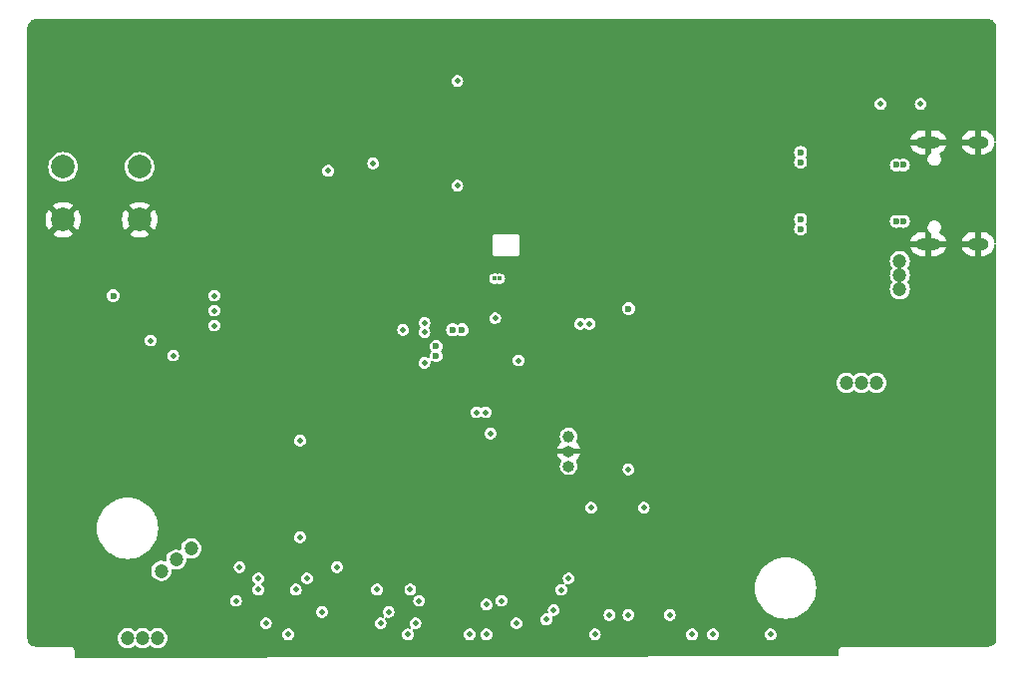
<source format=gbr>
%TF.GenerationSoftware,KiCad,Pcbnew,8.0.6*%
%TF.CreationDate,2024-11-30T11:04:34+01:00*%
%TF.ProjectId,Pico2-MSX,5069636f-322d-44d5-9358-2e6b69636164,0.3*%
%TF.SameCoordinates,Original*%
%TF.FileFunction,Copper,L2,Inr*%
%TF.FilePolarity,Positive*%
%FSLAX46Y46*%
G04 Gerber Fmt 4.6, Leading zero omitted, Abs format (unit mm)*
G04 Created by KiCad (PCBNEW 8.0.6) date 2024-11-30 11:04:34*
%MOMM*%
%LPD*%
G01*
G04 APERTURE LIST*
%TA.AperFunction,ComponentPad*%
%ADD10O,2.100000X1.000000*%
%TD*%
%TA.AperFunction,ComponentPad*%
%ADD11O,1.800000X1.000000*%
%TD*%
%TA.AperFunction,ComponentPad*%
%ADD12C,0.600000*%
%TD*%
%TA.AperFunction,ComponentPad*%
%ADD13C,1.000000*%
%TD*%
%TA.AperFunction,ComponentPad*%
%ADD14O,1.000000X1.000000*%
%TD*%
%TA.AperFunction,ComponentPad*%
%ADD15C,2.000000*%
%TD*%
%TA.AperFunction,ViaPad*%
%ADD16C,0.500000*%
%TD*%
%TA.AperFunction,ViaPad*%
%ADD17C,1.200000*%
%TD*%
%TA.AperFunction,ViaPad*%
%ADD18C,0.475000*%
%TD*%
%TA.AperFunction,ViaPad*%
%ADD19C,0.600000*%
%TD*%
%TA.AperFunction,ViaPad*%
%ADD20C,0.400000*%
%TD*%
G04 APERTURE END LIST*
D10*
%TO.N,GND*%
%TO.C,J2*%
X195897500Y-80634000D03*
D11*
X200097500Y-80634000D03*
D10*
X195897500Y-71994000D03*
D11*
X200097500Y-71994000D03*
%TD*%
D12*
%TO.N,GND*%
%TO.C,U6*%
X155979167Y-89785667D03*
X155979167Y-90919000D03*
X155979167Y-92052333D03*
X157112500Y-89785667D03*
X157112500Y-90919000D03*
X157112500Y-92052333D03*
X158245833Y-89785667D03*
X158245833Y-90919000D03*
X158245833Y-92052333D03*
%TD*%
D13*
%TO.N,/SWCLK*%
%TO.C,J1*%
X165367500Y-96951500D03*
D14*
%TO.N,GND*%
X165367500Y-98221500D03*
%TO.N,/SWD*%
X165367500Y-99491500D03*
%TD*%
D15*
%TO.N,GND*%
%TO.C,SW1*%
X122430000Y-78564000D03*
X128930000Y-78564000D03*
%TO.N,/~{USB_BOOT}*%
X122430000Y-74064000D03*
X128930000Y-74064000D03*
%TD*%
D16*
%TO.N,GND*%
X129872500Y-87552500D03*
X165112500Y-91379000D03*
D17*
X182151500Y-94631500D03*
D16*
X156512500Y-98419000D03*
X124152500Y-86282500D03*
X161887500Y-103866500D03*
X153402500Y-65846500D03*
D17*
X182751500Y-90219000D03*
D16*
X153402500Y-74726500D03*
X165112500Y-87294000D03*
X154512500Y-98419000D03*
X157712500Y-83419000D03*
X149112500Y-90719000D03*
X157852500Y-98919000D03*
X149612500Y-90719000D03*
X164612500Y-90459000D03*
X153402500Y-72821500D03*
D17*
X136633750Y-112826500D03*
D16*
X154912500Y-82919000D03*
X147162500Y-80441500D03*
X165112500Y-94859000D03*
X148540000Y-79489000D03*
D17*
X190302500Y-94631500D03*
D16*
X126062500Y-81832500D03*
X164612500Y-87294000D03*
X149112500Y-88719000D03*
X168860000Y-100285250D03*
D18*
X161712500Y-84762750D03*
D16*
X153402500Y-63941500D03*
D18*
X161712500Y-83006500D03*
D16*
X164612500Y-94859000D03*
X145682500Y-100924000D03*
X131420000Y-91997500D03*
X149612500Y-88719000D03*
X136452500Y-104254000D03*
D17*
X180751500Y-92419000D03*
D16*
X160187500Y-105166500D03*
X149112500Y-92719000D03*
X164612500Y-91379000D03*
D18*
X161712500Y-82531500D03*
D16*
X154912500Y-83419000D03*
X145682500Y-101869000D03*
X165112500Y-90459000D03*
X157852500Y-98419000D03*
D17*
X132981913Y-110287500D03*
D16*
X135832500Y-102666500D03*
X125102500Y-88467500D03*
X157712500Y-82919000D03*
X149612500Y-92719000D03*
X148540000Y-70599000D03*
X168860000Y-101015000D03*
X147162500Y-71551500D03*
D17*
X132982500Y-112827500D03*
D16*
X154512500Y-98919000D03*
D18*
X161712500Y-84287750D03*
D16*
X174332500Y-103022500D03*
X137352500Y-103016500D03*
X156512500Y-98919000D03*
X157887500Y-100766500D03*
X174332500Y-107647500D03*
D19*
%TO.N,/AUDIO*%
X126697500Y-85012500D03*
D17*
%TO.N,+5V*%
X130759413Y-108382309D03*
X133299413Y-106477309D03*
D16*
X142552500Y-105525000D03*
D17*
X190209000Y-92419000D03*
X132030000Y-107429809D03*
X188939000Y-92419000D03*
X191479000Y-92419000D03*
%TO.N,Net-(D1-A)*%
X129172500Y-114097500D03*
X130441913Y-114097500D03*
X127901913Y-114097500D03*
D16*
%TO.N,/SWD*%
X158712500Y-96719000D03*
%TO.N,/SWCLK*%
X158312500Y-94919000D03*
%TO.N,/~{USB_BOOT}*%
X144942500Y-74419000D03*
%TO.N,+3V3*%
X129872500Y-88822500D03*
D19*
X156312500Y-87919000D03*
X185052500Y-79356500D03*
D16*
X155912500Y-75679000D03*
X142552500Y-97319000D03*
X170432500Y-99772500D03*
D19*
X185052500Y-72856500D03*
X170432500Y-86119000D03*
D16*
X155912500Y-66789000D03*
D19*
X185052500Y-73669000D03*
X154112500Y-89319000D03*
D16*
X148762500Y-73784000D03*
D19*
X185052500Y-78544000D03*
X155512500Y-87919000D03*
D16*
X131777500Y-90092500D03*
D19*
X154112500Y-90119000D03*
D16*
%TO.N,/SPI0_SCK*%
X151312500Y-87919000D03*
X135270000Y-86282500D03*
D20*
%TO.N,+1V1*%
X159512500Y-83569000D03*
D16*
X153112500Y-90719000D03*
X159112500Y-86919000D03*
X161112500Y-90519000D03*
X157512500Y-94919000D03*
D20*
X159062500Y-83569000D03*
D16*
%TO.N,/LED2*%
X166325000Y-87419000D03*
X191837500Y-68731500D03*
%TO.N,/LED1*%
X195250000Y-68731500D03*
X167137500Y-87419000D03*
D19*
%TO.N,Net-(D3-A)*%
X193183750Y-78714000D03*
D17*
X193483750Y-83281500D03*
X193483750Y-82081500D03*
D19*
X193783750Y-73914000D03*
X193183750Y-73914000D03*
X193783750Y-78714000D03*
D17*
X193483750Y-84481500D03*
D16*
%TO.N,/MSX_D3*%
X139650000Y-112826500D03*
%TO.N,/MSX_D7*%
X144412500Y-111875000D03*
%TO.N,/MSX_D6*%
X142190000Y-109970000D03*
X139015000Y-109970000D03*
%TO.N,/MSX_D2*%
X139015000Y-109017500D03*
X143142500Y-109017500D03*
%TO.N,/MSX_D1*%
X137110000Y-110922500D03*
%TO.N,/MSX_D5*%
X141555000Y-113779000D03*
%TO.N,/MSX_D0*%
X145682500Y-108065000D03*
X137427500Y-108065000D03*
%TO.N,/~{WAIT}*%
X177620750Y-113785750D03*
%TO.N,/A11*%
X163462500Y-112510000D03*
%TO.N,/A13*%
X164732500Y-109994000D03*
X156962500Y-113779000D03*
%TO.N,/A12*%
X164097500Y-111715250D03*
%TO.N,/A8*%
X158382500Y-113780000D03*
X158382500Y-111240000D03*
%TO.N,/A9*%
X159652500Y-110921500D03*
%TO.N,/A14*%
X165367500Y-109016500D03*
%TO.N,/~{RESET}*%
X167590000Y-113779000D03*
%TO.N,/~{SLTSL}*%
X173940000Y-112122500D03*
X182511913Y-113779809D03*
%TO.N,/A1*%
X150062500Y-111875000D03*
%TO.N,/A0*%
X149387500Y-112827500D03*
X152350000Y-112827500D03*
%TO.N,/A7*%
X160922500Y-112827500D03*
%TO.N,/A4*%
X149087500Y-109970000D03*
X151912500Y-109970000D03*
%TO.N,/A5*%
X152667500Y-110922500D03*
%TO.N,/A3*%
X151715000Y-113780000D03*
%TO.N,/~{WR}*%
X168825543Y-112140543D03*
%TO.N,/~{M1}*%
X175845000Y-113779500D03*
%TO.N,/~{IORQ_RD}*%
X171732500Y-103022500D03*
X167272500Y-103022500D03*
%TO.N,/SPI0_~{CS}*%
X135270000Y-87552500D03*
X153112500Y-87319000D03*
%TO.N,/SPI0_MOSI*%
X135270000Y-85012500D03*
X153112500Y-88119000D03*
%TO.N,/~{IORQ}*%
X170432500Y-112122500D03*
%TD*%
%TA.AperFunction,Conductor*%
%TO.N,GND*%
G36*
X200997342Y-61530976D02*
G01*
X201119264Y-61542985D01*
X201138294Y-61546770D01*
X201143633Y-61548390D01*
X201250854Y-61580915D01*
X201268785Y-61588342D01*
X201372522Y-61643791D01*
X201388658Y-61654573D01*
X201479583Y-61729193D01*
X201493306Y-61742916D01*
X201567926Y-61833841D01*
X201578708Y-61849977D01*
X201634157Y-61953714D01*
X201641584Y-61971645D01*
X201675728Y-62084203D01*
X201679514Y-62103237D01*
X201691523Y-62225157D01*
X201692000Y-62234861D01*
X201692000Y-71868160D01*
X201673093Y-71926351D01*
X201623593Y-71962315D01*
X201562407Y-71962315D01*
X201512907Y-71926351D01*
X201495902Y-71887474D01*
X201459070Y-71702311D01*
X201459070Y-71702309D01*
X201383691Y-71520326D01*
X201383685Y-71520314D01*
X201274250Y-71356537D01*
X201274247Y-71356533D01*
X201134966Y-71217252D01*
X201134962Y-71217249D01*
X200971185Y-71107814D01*
X200971173Y-71107808D01*
X200789189Y-71032429D01*
X200595993Y-70994000D01*
X200347501Y-70994000D01*
X200347500Y-70994001D01*
X200347500Y-71694000D01*
X199847500Y-71694000D01*
X199847500Y-70994001D01*
X199847499Y-70994000D01*
X199599006Y-70994000D01*
X199405811Y-71032429D01*
X199405809Y-71032429D01*
X199223826Y-71107808D01*
X199223814Y-71107814D01*
X199060037Y-71217249D01*
X199060033Y-71217252D01*
X198920752Y-71356533D01*
X198920749Y-71356537D01*
X198811314Y-71520314D01*
X198811308Y-71520326D01*
X198735931Y-71702304D01*
X198735928Y-71702315D01*
X198727637Y-71744000D01*
X199530512Y-71744000D01*
X199513295Y-71753940D01*
X199457440Y-71809795D01*
X199417944Y-71878204D01*
X199397500Y-71954504D01*
X199397500Y-72033496D01*
X199417944Y-72109796D01*
X199457440Y-72178205D01*
X199513295Y-72234060D01*
X199530512Y-72244000D01*
X198727637Y-72244000D01*
X198735928Y-72285684D01*
X198735931Y-72285695D01*
X198811308Y-72467673D01*
X198811314Y-72467685D01*
X198920749Y-72631462D01*
X198920752Y-72631466D01*
X199060033Y-72770747D01*
X199060037Y-72770750D01*
X199223814Y-72880185D01*
X199223826Y-72880191D01*
X199405810Y-72955570D01*
X199599006Y-72993999D01*
X199599010Y-72994000D01*
X199847499Y-72994000D01*
X199847500Y-72993999D01*
X199847500Y-72294000D01*
X200347500Y-72294000D01*
X200347500Y-72993999D01*
X200347501Y-72994000D01*
X200595990Y-72994000D01*
X200595993Y-72993999D01*
X200789188Y-72955570D01*
X200789190Y-72955570D01*
X200971173Y-72880191D01*
X200971185Y-72880185D01*
X201134962Y-72770750D01*
X201134966Y-72770747D01*
X201274247Y-72631466D01*
X201274250Y-72631462D01*
X201383685Y-72467685D01*
X201383691Y-72467673D01*
X201459070Y-72285690D01*
X201459070Y-72285688D01*
X201495902Y-72100525D01*
X201525799Y-72047141D01*
X201581364Y-72021525D01*
X201641373Y-72033462D01*
X201682906Y-72078392D01*
X201692000Y-72119839D01*
X201692000Y-80508160D01*
X201673093Y-80566351D01*
X201623593Y-80602315D01*
X201562407Y-80602315D01*
X201512907Y-80566351D01*
X201495902Y-80527474D01*
X201459070Y-80342311D01*
X201459070Y-80342309D01*
X201383691Y-80160326D01*
X201383685Y-80160314D01*
X201274250Y-79996537D01*
X201274247Y-79996533D01*
X201134966Y-79857252D01*
X201134962Y-79857249D01*
X200971185Y-79747814D01*
X200971173Y-79747808D01*
X200789189Y-79672429D01*
X200595993Y-79634000D01*
X200347501Y-79634000D01*
X200347500Y-79634001D01*
X200347500Y-80334000D01*
X199847500Y-80334000D01*
X199847500Y-79634001D01*
X199847499Y-79634000D01*
X199599006Y-79634000D01*
X199405811Y-79672429D01*
X199405809Y-79672429D01*
X199223826Y-79747808D01*
X199223814Y-79747814D01*
X199060037Y-79857249D01*
X199060033Y-79857252D01*
X198920752Y-79996533D01*
X198920749Y-79996537D01*
X198811314Y-80160314D01*
X198811308Y-80160326D01*
X198735931Y-80342304D01*
X198735928Y-80342315D01*
X198727637Y-80384000D01*
X199530512Y-80384000D01*
X199513295Y-80393940D01*
X199457440Y-80449795D01*
X199417944Y-80518204D01*
X199397500Y-80594504D01*
X199397500Y-80673496D01*
X199417944Y-80749796D01*
X199457440Y-80818205D01*
X199513295Y-80874060D01*
X199530512Y-80884000D01*
X198727637Y-80884000D01*
X198735928Y-80925684D01*
X198735931Y-80925695D01*
X198811308Y-81107673D01*
X198811314Y-81107685D01*
X198920749Y-81271462D01*
X198920752Y-81271466D01*
X199060033Y-81410747D01*
X199060037Y-81410750D01*
X199223814Y-81520185D01*
X199223826Y-81520191D01*
X199405810Y-81595570D01*
X199599006Y-81633999D01*
X199599010Y-81634000D01*
X199847499Y-81634000D01*
X199847500Y-81633999D01*
X199847500Y-80934000D01*
X200347500Y-80934000D01*
X200347500Y-81633999D01*
X200347501Y-81634000D01*
X200595990Y-81634000D01*
X200595993Y-81633999D01*
X200789188Y-81595570D01*
X200789190Y-81595570D01*
X200971173Y-81520191D01*
X200971185Y-81520185D01*
X201134962Y-81410750D01*
X201134966Y-81410747D01*
X201274247Y-81271466D01*
X201274250Y-81271462D01*
X201383685Y-81107685D01*
X201383691Y-81107673D01*
X201459070Y-80925690D01*
X201459070Y-80925688D01*
X201495902Y-80740525D01*
X201525799Y-80687141D01*
X201581364Y-80661525D01*
X201641373Y-80673462D01*
X201682906Y-80718392D01*
X201692000Y-80759839D01*
X201692000Y-114117638D01*
X201691523Y-114127342D01*
X201679514Y-114249262D01*
X201675728Y-114268296D01*
X201641584Y-114380854D01*
X201634157Y-114398785D01*
X201578708Y-114502522D01*
X201567926Y-114518658D01*
X201493306Y-114609583D01*
X201479583Y-114623306D01*
X201388658Y-114697926D01*
X201372522Y-114708708D01*
X201268785Y-114764157D01*
X201250854Y-114771584D01*
X201138296Y-114805728D01*
X201119263Y-114809514D01*
X201013219Y-114819959D01*
X200997341Y-114821523D01*
X200987639Y-114822000D01*
X188552935Y-114822000D01*
X188476511Y-114842478D01*
X188476507Y-114842480D01*
X188407991Y-114882038D01*
X188352038Y-114937991D01*
X188312480Y-115006507D01*
X188312478Y-115006511D01*
X188292000Y-115082935D01*
X188292000Y-115556991D01*
X188273093Y-115615182D01*
X188223593Y-115651146D01*
X188193186Y-115655991D01*
X123492186Y-115777859D01*
X123433960Y-115759061D01*
X123397903Y-115709629D01*
X123393000Y-115678859D01*
X123393000Y-115082937D01*
X123392999Y-115082935D01*
X123372521Y-115006511D01*
X123372519Y-115006507D01*
X123332961Y-114937991D01*
X123332960Y-114937989D01*
X123277011Y-114882040D01*
X123277008Y-114882038D01*
X123208492Y-114842480D01*
X123208488Y-114842478D01*
X123132064Y-114822000D01*
X123132062Y-114822000D01*
X120097361Y-114822000D01*
X120087657Y-114821523D01*
X119965737Y-114809514D01*
X119946703Y-114805728D01*
X119834145Y-114771584D01*
X119816214Y-114764157D01*
X119712477Y-114708708D01*
X119696341Y-114697926D01*
X119605416Y-114623306D01*
X119591693Y-114609583D01*
X119517073Y-114518658D01*
X119506291Y-114502522D01*
X119450842Y-114398785D01*
X119443415Y-114380854D01*
X119412915Y-114280308D01*
X119409270Y-114268294D01*
X119405485Y-114249262D01*
X119405134Y-114245703D01*
X119393477Y-114127342D01*
X119393000Y-114117638D01*
X119393000Y-114097500D01*
X127046728Y-114097500D01*
X127061700Y-114239950D01*
X127065417Y-114275308D01*
X127120661Y-114445330D01*
X127120667Y-114445344D01*
X127162996Y-114518658D01*
X127210054Y-114600165D01*
X127210056Y-114600167D01*
X127329678Y-114733021D01*
X127329684Y-114733027D01*
X127474315Y-114838109D01*
X127474325Y-114838115D01*
X127572984Y-114882040D01*
X127637646Y-114910829D01*
X127812522Y-114948000D01*
X127812525Y-114948000D01*
X127991301Y-114948000D01*
X127991304Y-114948000D01*
X128166180Y-114910829D01*
X128247843Y-114874470D01*
X128329500Y-114838115D01*
X128329502Y-114838113D01*
X128329506Y-114838112D01*
X128352339Y-114821523D01*
X128478341Y-114729977D01*
X128479794Y-114731978D01*
X128526767Y-114711013D01*
X128586627Y-114723679D01*
X128595809Y-114730339D01*
X128596073Y-114729977D01*
X128744902Y-114838109D01*
X128744912Y-114838115D01*
X128843571Y-114882040D01*
X128908233Y-114910829D01*
X129083109Y-114948000D01*
X129083112Y-114948000D01*
X129261888Y-114948000D01*
X129261891Y-114948000D01*
X129436767Y-114910829D01*
X129518430Y-114874470D01*
X129600087Y-114838115D01*
X129600089Y-114838113D01*
X129600093Y-114838112D01*
X129622926Y-114821523D01*
X129748928Y-114729977D01*
X129750640Y-114732333D01*
X129795828Y-114711645D01*
X129855806Y-114723739D01*
X129865146Y-114730444D01*
X129865486Y-114729977D01*
X130014315Y-114838109D01*
X130014325Y-114838115D01*
X130112984Y-114882040D01*
X130177646Y-114910829D01*
X130352522Y-114948000D01*
X130352525Y-114948000D01*
X130531301Y-114948000D01*
X130531304Y-114948000D01*
X130706180Y-114910829D01*
X130787843Y-114874470D01*
X130869500Y-114838115D01*
X130869502Y-114838113D01*
X130869506Y-114838112D01*
X131014143Y-114733026D01*
X131133772Y-114600165D01*
X131223163Y-114445335D01*
X131278410Y-114275303D01*
X131297098Y-114097500D01*
X131278410Y-113919697D01*
X131232694Y-113778997D01*
X141049353Y-113778997D01*
X141049353Y-113779002D01*
X141069834Y-113921456D01*
X141129622Y-114052371D01*
X141129623Y-114052373D01*
X141223872Y-114161143D01*
X141223873Y-114161144D01*
X141323005Y-114224852D01*
X141344947Y-114238953D01*
X141444881Y-114268296D01*
X141483035Y-114279499D01*
X141483036Y-114279499D01*
X141483039Y-114279500D01*
X141483041Y-114279500D01*
X141626959Y-114279500D01*
X141626961Y-114279500D01*
X141765053Y-114238953D01*
X141886128Y-114161143D01*
X141980377Y-114052373D01*
X142040165Y-113921457D01*
X142060503Y-113780002D01*
X142060504Y-113779997D01*
X151209353Y-113779997D01*
X151209353Y-113780002D01*
X151229834Y-113922456D01*
X151289165Y-114052371D01*
X151289623Y-114053373D01*
X151383707Y-114161953D01*
X151383873Y-114162144D01*
X151504942Y-114239950D01*
X151504947Y-114239953D01*
X151601476Y-114268296D01*
X151643035Y-114280499D01*
X151643036Y-114280499D01*
X151643039Y-114280500D01*
X151643041Y-114280500D01*
X151786959Y-114280500D01*
X151786961Y-114280500D01*
X151925053Y-114239953D01*
X152046128Y-114162143D01*
X152140377Y-114053373D01*
X152200165Y-113922457D01*
X152219820Y-113785752D01*
X152220647Y-113780002D01*
X152220647Y-113779997D01*
X152220503Y-113778997D01*
X156456853Y-113778997D01*
X156456853Y-113779002D01*
X156477334Y-113921456D01*
X156537122Y-114052371D01*
X156537123Y-114052373D01*
X156631372Y-114161143D01*
X156631373Y-114161144D01*
X156730505Y-114224852D01*
X156752447Y-114238953D01*
X156852381Y-114268296D01*
X156890535Y-114279499D01*
X156890536Y-114279499D01*
X156890539Y-114279500D01*
X156890541Y-114279500D01*
X157034459Y-114279500D01*
X157034461Y-114279500D01*
X157172553Y-114238953D01*
X157293628Y-114161143D01*
X157387877Y-114052373D01*
X157447665Y-113921457D01*
X157468003Y-113780002D01*
X157468004Y-113779997D01*
X157876853Y-113779997D01*
X157876853Y-113780002D01*
X157897334Y-113922456D01*
X157956665Y-114052371D01*
X157957123Y-114053373D01*
X158051207Y-114161953D01*
X158051373Y-114162144D01*
X158172442Y-114239950D01*
X158172447Y-114239953D01*
X158268976Y-114268296D01*
X158310535Y-114280499D01*
X158310536Y-114280499D01*
X158310539Y-114280500D01*
X158310541Y-114280500D01*
X158454459Y-114280500D01*
X158454461Y-114280500D01*
X158592553Y-114239953D01*
X158713628Y-114162143D01*
X158807877Y-114053373D01*
X158867665Y-113922457D01*
X158887320Y-113785752D01*
X158888147Y-113780002D01*
X158888147Y-113779997D01*
X158888003Y-113778997D01*
X167084353Y-113778997D01*
X167084353Y-113779002D01*
X167104834Y-113921456D01*
X167164622Y-114052371D01*
X167164623Y-114052373D01*
X167258872Y-114161143D01*
X167258873Y-114161144D01*
X167358005Y-114224852D01*
X167379947Y-114238953D01*
X167479881Y-114268296D01*
X167518035Y-114279499D01*
X167518036Y-114279499D01*
X167518039Y-114279500D01*
X167518041Y-114279500D01*
X167661959Y-114279500D01*
X167661961Y-114279500D01*
X167800053Y-114238953D01*
X167921128Y-114161143D01*
X168015377Y-114052373D01*
X168075165Y-113921457D01*
X168095503Y-113780002D01*
X168095576Y-113779497D01*
X175339353Y-113779497D01*
X175339353Y-113779502D01*
X175359834Y-113921956D01*
X175362689Y-113928207D01*
X175419623Y-114052873D01*
X175513439Y-114161143D01*
X175513873Y-114161644D01*
X175612227Y-114224852D01*
X175634947Y-114239453D01*
X175741403Y-114270711D01*
X175773035Y-114279999D01*
X175773036Y-114279999D01*
X175773039Y-114280000D01*
X175773041Y-114280000D01*
X175916959Y-114280000D01*
X175916961Y-114280000D01*
X176055053Y-114239453D01*
X176176128Y-114161643D01*
X176270377Y-114052873D01*
X176330165Y-113921957D01*
X176349748Y-113785752D01*
X176349749Y-113785747D01*
X177115103Y-113785747D01*
X177115103Y-113785752D01*
X177135584Y-113928206D01*
X177192289Y-114052371D01*
X177195373Y-114059123D01*
X177284207Y-114161644D01*
X177289623Y-114167894D01*
X177410692Y-114245700D01*
X177410697Y-114245703D01*
X177487643Y-114268296D01*
X177548785Y-114286249D01*
X177548786Y-114286249D01*
X177548789Y-114286250D01*
X177548791Y-114286250D01*
X177692709Y-114286250D01*
X177692711Y-114286250D01*
X177830803Y-114245703D01*
X177951878Y-114167893D01*
X178046127Y-114059123D01*
X178105915Y-113928207D01*
X178126397Y-113785750D01*
X178125570Y-113780000D01*
X178125542Y-113779806D01*
X182006266Y-113779806D01*
X182006266Y-113779811D01*
X182026747Y-113922265D01*
X182086394Y-114052871D01*
X182086536Y-114053182D01*
X182142387Y-114117638D01*
X182180786Y-114161953D01*
X182301379Y-114239453D01*
X182301860Y-114239762D01*
X182367264Y-114258966D01*
X182439948Y-114280308D01*
X182439949Y-114280308D01*
X182439952Y-114280309D01*
X182439954Y-114280309D01*
X182583872Y-114280309D01*
X182583874Y-114280309D01*
X182721966Y-114239762D01*
X182843041Y-114161952D01*
X182937290Y-114053182D01*
X182997078Y-113922266D01*
X183016706Y-113785750D01*
X183017560Y-113779811D01*
X183017560Y-113779806D01*
X182997078Y-113637352D01*
X182977661Y-113594835D01*
X182937290Y-113506436D01*
X182843041Y-113397666D01*
X182843040Y-113397665D01*
X182843039Y-113397664D01*
X182721970Y-113319858D01*
X182721967Y-113319856D01*
X182721966Y-113319856D01*
X182721963Y-113319855D01*
X182583877Y-113279309D01*
X182583874Y-113279309D01*
X182439952Y-113279309D01*
X182439948Y-113279309D01*
X182301862Y-113319855D01*
X182301855Y-113319858D01*
X182180786Y-113397664D01*
X182086535Y-113506437D01*
X182026747Y-113637352D01*
X182006266Y-113779806D01*
X178125542Y-113779806D01*
X178105915Y-113643293D01*
X178046127Y-113512378D01*
X178046127Y-113512377D01*
X177951878Y-113403607D01*
X177951877Y-113403606D01*
X177951876Y-113403605D01*
X177830807Y-113325799D01*
X177830804Y-113325797D01*
X177830803Y-113325797D01*
X177830800Y-113325796D01*
X177692714Y-113285250D01*
X177692711Y-113285250D01*
X177548789Y-113285250D01*
X177548785Y-113285250D01*
X177410699Y-113325796D01*
X177410692Y-113325799D01*
X177289623Y-113403605D01*
X177195372Y-113512378D01*
X177135584Y-113643293D01*
X177115103Y-113785747D01*
X176349749Y-113785747D01*
X176350647Y-113779502D01*
X176350647Y-113779497D01*
X176330165Y-113637043D01*
X176282198Y-113532012D01*
X176270377Y-113506127D01*
X176176128Y-113397357D01*
X176176127Y-113397356D01*
X176176126Y-113397355D01*
X176055057Y-113319549D01*
X176055054Y-113319547D01*
X176055053Y-113319547D01*
X176053357Y-113319049D01*
X175916964Y-113279000D01*
X175916961Y-113279000D01*
X175773039Y-113279000D01*
X175773035Y-113279000D01*
X175634949Y-113319546D01*
X175634942Y-113319549D01*
X175513873Y-113397355D01*
X175419622Y-113506128D01*
X175359834Y-113637043D01*
X175339353Y-113779497D01*
X168095576Y-113779497D01*
X168095647Y-113779002D01*
X168095647Y-113778997D01*
X168075165Y-113636543D01*
X168056116Y-113594832D01*
X168015377Y-113505627D01*
X167921128Y-113396857D01*
X167921127Y-113396856D01*
X167921126Y-113396855D01*
X167800057Y-113319049D01*
X167800054Y-113319047D01*
X167800053Y-113319047D01*
X167800050Y-113319046D01*
X167661964Y-113278500D01*
X167661961Y-113278500D01*
X167518039Y-113278500D01*
X167518035Y-113278500D01*
X167379949Y-113319046D01*
X167379942Y-113319049D01*
X167258873Y-113396855D01*
X167164622Y-113505628D01*
X167104834Y-113636543D01*
X167084353Y-113778997D01*
X158888003Y-113778997D01*
X158867665Y-113637543D01*
X158807877Y-113506628D01*
X158807877Y-113506627D01*
X158713628Y-113397857D01*
X158713627Y-113397856D01*
X158713626Y-113397855D01*
X158592557Y-113320049D01*
X158592554Y-113320047D01*
X158592553Y-113320047D01*
X158592550Y-113320046D01*
X158454464Y-113279500D01*
X158454461Y-113279500D01*
X158310539Y-113279500D01*
X158310535Y-113279500D01*
X158172449Y-113320046D01*
X158172442Y-113320049D01*
X158051373Y-113397855D01*
X157957122Y-113506628D01*
X157897334Y-113637543D01*
X157876853Y-113779997D01*
X157468004Y-113779997D01*
X157468147Y-113779002D01*
X157468147Y-113778997D01*
X157447665Y-113636543D01*
X157428616Y-113594832D01*
X157387877Y-113505627D01*
X157293628Y-113396857D01*
X157293627Y-113396856D01*
X157293626Y-113396855D01*
X157172557Y-113319049D01*
X157172554Y-113319047D01*
X157172553Y-113319047D01*
X157172550Y-113319046D01*
X157034464Y-113278500D01*
X157034461Y-113278500D01*
X156890539Y-113278500D01*
X156890535Y-113278500D01*
X156752449Y-113319046D01*
X156752442Y-113319049D01*
X156631373Y-113396855D01*
X156537122Y-113505628D01*
X156477334Y-113636543D01*
X156456853Y-113778997D01*
X152220503Y-113778997D01*
X152200165Y-113637543D01*
X152143003Y-113512378D01*
X152140377Y-113506627D01*
X152135336Y-113500810D01*
X152106593Y-113467637D01*
X152082776Y-113411278D01*
X152096635Y-113351683D01*
X152142876Y-113311615D01*
X152203837Y-113306380D01*
X152209268Y-113307807D01*
X152278039Y-113328000D01*
X152278041Y-113328000D01*
X152421959Y-113328000D01*
X152421961Y-113328000D01*
X152560053Y-113287453D01*
X152681128Y-113209643D01*
X152775377Y-113100873D01*
X152835165Y-112969957D01*
X152855647Y-112827500D01*
X152855647Y-112827497D01*
X160416853Y-112827497D01*
X160416853Y-112827502D01*
X160437334Y-112969956D01*
X160496665Y-113099871D01*
X160497123Y-113100873D01*
X160591372Y-113209643D01*
X160591373Y-113209644D01*
X160707343Y-113284173D01*
X160712447Y-113287453D01*
X160818903Y-113318711D01*
X160850535Y-113327999D01*
X160850536Y-113327999D01*
X160850539Y-113328000D01*
X160850541Y-113328000D01*
X160994459Y-113328000D01*
X160994461Y-113328000D01*
X161132553Y-113287453D01*
X161253628Y-113209643D01*
X161347877Y-113100873D01*
X161407665Y-112969957D01*
X161428147Y-112827500D01*
X161428003Y-112826500D01*
X161407665Y-112685043D01*
X161392783Y-112652456D01*
X161347877Y-112554127D01*
X161309636Y-112509994D01*
X162956853Y-112509994D01*
X162956853Y-112510002D01*
X162977334Y-112652456D01*
X163037122Y-112783371D01*
X163037123Y-112783373D01*
X163075359Y-112827500D01*
X163131373Y-112892144D01*
X163250897Y-112968957D01*
X163252447Y-112969953D01*
X163358903Y-113001211D01*
X163390535Y-113010499D01*
X163390536Y-113010499D01*
X163390539Y-113010500D01*
X163390541Y-113010500D01*
X163534459Y-113010500D01*
X163534461Y-113010500D01*
X163672553Y-112969953D01*
X163793628Y-112892143D01*
X163887877Y-112783373D01*
X163947665Y-112652457D01*
X163957730Y-112582450D01*
X163968147Y-112510002D01*
X163968147Y-112509994D01*
X163947665Y-112367543D01*
X163942337Y-112355875D01*
X163935363Y-112295089D01*
X163965450Y-112241812D01*
X164021107Y-112216395D01*
X164032391Y-112215750D01*
X164169459Y-112215750D01*
X164169461Y-112215750D01*
X164307553Y-112175203D01*
X164361490Y-112140540D01*
X168319896Y-112140540D01*
X168319896Y-112140545D01*
X168340377Y-112282999D01*
X168382621Y-112375499D01*
X168400166Y-112413916D01*
X168494415Y-112522686D01*
X168494416Y-112522687D01*
X168587414Y-112582453D01*
X168615490Y-112600496D01*
X168721946Y-112631754D01*
X168753578Y-112641042D01*
X168753579Y-112641042D01*
X168753582Y-112641043D01*
X168753584Y-112641043D01*
X168897502Y-112641043D01*
X168897504Y-112641043D01*
X169035596Y-112600496D01*
X169156671Y-112522686D01*
X169250920Y-112413916D01*
X169310708Y-112283000D01*
X169326207Y-112175200D01*
X169331190Y-112140545D01*
X169331190Y-112140540D01*
X169328596Y-112122497D01*
X169926853Y-112122497D01*
X169926853Y-112122502D01*
X169947334Y-112264956D01*
X169993730Y-112366547D01*
X170007123Y-112395873D01*
X170096817Y-112499386D01*
X170101373Y-112504644D01*
X170178372Y-112554128D01*
X170222447Y-112582453D01*
X170283897Y-112600496D01*
X170360535Y-112622999D01*
X170360536Y-112622999D01*
X170360539Y-112623000D01*
X170360541Y-112623000D01*
X170504459Y-112623000D01*
X170504461Y-112623000D01*
X170642553Y-112582453D01*
X170763628Y-112504643D01*
X170857877Y-112395873D01*
X170917665Y-112264957D01*
X170932994Y-112158339D01*
X170938147Y-112122502D01*
X170938147Y-112122497D01*
X173434353Y-112122497D01*
X173434353Y-112122502D01*
X173454834Y-112264956D01*
X173501230Y-112366547D01*
X173514623Y-112395873D01*
X173604317Y-112499386D01*
X173608873Y-112504644D01*
X173685872Y-112554128D01*
X173729947Y-112582453D01*
X173791397Y-112600496D01*
X173868035Y-112622999D01*
X173868036Y-112622999D01*
X173868039Y-112623000D01*
X173868041Y-112623000D01*
X174011959Y-112623000D01*
X174011961Y-112623000D01*
X174150053Y-112582453D01*
X174271128Y-112504643D01*
X174365377Y-112395873D01*
X174425165Y-112264957D01*
X174440494Y-112158339D01*
X174445647Y-112122502D01*
X174445647Y-112122497D01*
X174425165Y-111980043D01*
X174402384Y-111930161D01*
X174365377Y-111849127D01*
X174271128Y-111740357D01*
X174271127Y-111740356D01*
X174271126Y-111740355D01*
X174150057Y-111662549D01*
X174150054Y-111662547D01*
X174150053Y-111662547D01*
X174150050Y-111662546D01*
X174011964Y-111622000D01*
X174011961Y-111622000D01*
X173868039Y-111622000D01*
X173868035Y-111622000D01*
X173729949Y-111662546D01*
X173729942Y-111662549D01*
X173608873Y-111740355D01*
X173514622Y-111849128D01*
X173454834Y-111980043D01*
X173434353Y-112122497D01*
X170938147Y-112122497D01*
X170917665Y-111980043D01*
X170894884Y-111930161D01*
X170857877Y-111849127D01*
X170763628Y-111740357D01*
X170763627Y-111740356D01*
X170763626Y-111740355D01*
X170642557Y-111662549D01*
X170642554Y-111662547D01*
X170642553Y-111662547D01*
X170642550Y-111662546D01*
X170504464Y-111622000D01*
X170504461Y-111622000D01*
X170360539Y-111622000D01*
X170360535Y-111622000D01*
X170222449Y-111662546D01*
X170222442Y-111662549D01*
X170101373Y-111740355D01*
X170007122Y-111849128D01*
X169947334Y-111980043D01*
X169926853Y-112122497D01*
X169328596Y-112122497D01*
X169310708Y-111998086D01*
X169279687Y-111930161D01*
X169250920Y-111867170D01*
X169156671Y-111758400D01*
X169156670Y-111758399D01*
X169156669Y-111758398D01*
X169035600Y-111680592D01*
X169035597Y-111680590D01*
X169035596Y-111680590D01*
X169035593Y-111680589D01*
X168897507Y-111640043D01*
X168897504Y-111640043D01*
X168753582Y-111640043D01*
X168753578Y-111640043D01*
X168615492Y-111680589D01*
X168615485Y-111680592D01*
X168494416Y-111758398D01*
X168400165Y-111867171D01*
X168340377Y-111998086D01*
X168319896Y-112140540D01*
X164361490Y-112140540D01*
X164428628Y-112097393D01*
X164522877Y-111988623D01*
X164582665Y-111857707D01*
X164599537Y-111740357D01*
X164603147Y-111715252D01*
X164603147Y-111715247D01*
X164582665Y-111572793D01*
X164522877Y-111441877D01*
X164428628Y-111333107D01*
X164428627Y-111333106D01*
X164428626Y-111333105D01*
X164307557Y-111255299D01*
X164307554Y-111255297D01*
X164307553Y-111255297D01*
X164307550Y-111255296D01*
X164169464Y-111214750D01*
X164169461Y-111214750D01*
X164025539Y-111214750D01*
X164025535Y-111214750D01*
X163887449Y-111255296D01*
X163887442Y-111255299D01*
X163766373Y-111333105D01*
X163672122Y-111441878D01*
X163612334Y-111572793D01*
X163591853Y-111715247D01*
X163591853Y-111715252D01*
X163612334Y-111857706D01*
X163617663Y-111869375D01*
X163624637Y-111930161D01*
X163594550Y-111983438D01*
X163538893Y-112008855D01*
X163527609Y-112009500D01*
X163390535Y-112009500D01*
X163252449Y-112050046D01*
X163252442Y-112050049D01*
X163131373Y-112127855D01*
X163037122Y-112236628D01*
X162977334Y-112367543D01*
X162956853Y-112509994D01*
X161309636Y-112509994D01*
X161253628Y-112445357D01*
X161253627Y-112445356D01*
X161253626Y-112445355D01*
X161132557Y-112367549D01*
X161132554Y-112367547D01*
X161132553Y-112367547D01*
X161132550Y-112367546D01*
X160994464Y-112327000D01*
X160994461Y-112327000D01*
X160850539Y-112327000D01*
X160850535Y-112327000D01*
X160712449Y-112367546D01*
X160712442Y-112367549D01*
X160591373Y-112445355D01*
X160497122Y-112554128D01*
X160437334Y-112685043D01*
X160416853Y-112827497D01*
X152855647Y-112827497D01*
X152855503Y-112826500D01*
X152835165Y-112685043D01*
X152820283Y-112652456D01*
X152775377Y-112554127D01*
X152681128Y-112445357D01*
X152681127Y-112445356D01*
X152681126Y-112445355D01*
X152560057Y-112367549D01*
X152560054Y-112367547D01*
X152560053Y-112367547D01*
X152560050Y-112367546D01*
X152421964Y-112327000D01*
X152421961Y-112327000D01*
X152278039Y-112327000D01*
X152278035Y-112327000D01*
X152139949Y-112367546D01*
X152139942Y-112367549D01*
X152018873Y-112445355D01*
X151924622Y-112554128D01*
X151864834Y-112685043D01*
X151844353Y-112827497D01*
X151844353Y-112827502D01*
X151864834Y-112969956D01*
X151924623Y-113100873D01*
X151958406Y-113139862D01*
X151982223Y-113196221D01*
X151968364Y-113255816D01*
X151922123Y-113295884D01*
X151861162Y-113301119D01*
X151855695Y-113299682D01*
X151786964Y-113279500D01*
X151786961Y-113279500D01*
X151643039Y-113279500D01*
X151643035Y-113279500D01*
X151504949Y-113320046D01*
X151504942Y-113320049D01*
X151383873Y-113397855D01*
X151289622Y-113506628D01*
X151229834Y-113637543D01*
X151209353Y-113779997D01*
X142060504Y-113779997D01*
X142060647Y-113779002D01*
X142060647Y-113778997D01*
X142040165Y-113636543D01*
X142021116Y-113594832D01*
X141980377Y-113505627D01*
X141886128Y-113396857D01*
X141886127Y-113396856D01*
X141886126Y-113396855D01*
X141765057Y-113319049D01*
X141765054Y-113319047D01*
X141765053Y-113319047D01*
X141765050Y-113319046D01*
X141626964Y-113278500D01*
X141626961Y-113278500D01*
X141483039Y-113278500D01*
X141483035Y-113278500D01*
X141344949Y-113319046D01*
X141344942Y-113319049D01*
X141223873Y-113396855D01*
X141129622Y-113505628D01*
X141069834Y-113636543D01*
X141049353Y-113778997D01*
X131232694Y-113778997D01*
X131223163Y-113749665D01*
X131223160Y-113749660D01*
X131223158Y-113749655D01*
X131158319Y-113637352D01*
X131133772Y-113594835D01*
X131053899Y-113506127D01*
X131014147Y-113461978D01*
X131014141Y-113461972D01*
X130869510Y-113356890D01*
X130869500Y-113356884D01*
X130706186Y-113284173D01*
X130706181Y-113284171D01*
X130706180Y-113284171D01*
X130706177Y-113284170D01*
X130706176Y-113284170D01*
X130672914Y-113277100D01*
X130531304Y-113247000D01*
X130352522Y-113247000D01*
X130241012Y-113270702D01*
X130177649Y-113284170D01*
X130177643Y-113284172D01*
X130014327Y-113356884D01*
X130014324Y-113356886D01*
X130014321Y-113356887D01*
X130014321Y-113356888D01*
X129869683Y-113461974D01*
X129869681Y-113461975D01*
X129865486Y-113465024D01*
X129863982Y-113462955D01*
X129816856Y-113483539D01*
X129757099Y-113470393D01*
X129749212Y-113464629D01*
X129748927Y-113465023D01*
X129600097Y-113356890D01*
X129600087Y-113356884D01*
X129436773Y-113284173D01*
X129436768Y-113284171D01*
X129436767Y-113284171D01*
X129436764Y-113284170D01*
X129436763Y-113284170D01*
X129403501Y-113277100D01*
X129261891Y-113247000D01*
X129083109Y-113247000D01*
X128971599Y-113270702D01*
X128908236Y-113284170D01*
X128908230Y-113284172D01*
X128744914Y-113356884D01*
X128744911Y-113356886D01*
X128744908Y-113356887D01*
X128744908Y-113356888D01*
X128600270Y-113461974D01*
X128600268Y-113461975D01*
X128596073Y-113465024D01*
X128594636Y-113463046D01*
X128547500Y-113484002D01*
X128487659Y-113471248D01*
X128478601Y-113464662D01*
X128478340Y-113465023D01*
X128329510Y-113356890D01*
X128329500Y-113356884D01*
X128166186Y-113284173D01*
X128166181Y-113284171D01*
X128166180Y-113284171D01*
X128166177Y-113284170D01*
X128166176Y-113284170D01*
X128132914Y-113277100D01*
X127991304Y-113247000D01*
X127812522Y-113247000D01*
X127701012Y-113270702D01*
X127637649Y-113284170D01*
X127637643Y-113284172D01*
X127474327Y-113356884D01*
X127474324Y-113356886D01*
X127329678Y-113461977D01*
X127329678Y-113461978D01*
X127210056Y-113594832D01*
X127210052Y-113594838D01*
X127120667Y-113749655D01*
X127120661Y-113749669D01*
X127065417Y-113919691D01*
X127065416Y-113919695D01*
X127065416Y-113919697D01*
X127046728Y-114097500D01*
X119393000Y-114097500D01*
X119393000Y-112826497D01*
X139144353Y-112826497D01*
X139144353Y-112826502D01*
X139164834Y-112968956D01*
X139183807Y-113010500D01*
X139224623Y-113099873D01*
X139318872Y-113208643D01*
X139318873Y-113208644D01*
X139436399Y-113284173D01*
X139439947Y-113286453D01*
X139525642Y-113311615D01*
X139578035Y-113326999D01*
X139578036Y-113326999D01*
X139578039Y-113327000D01*
X139578041Y-113327000D01*
X139721959Y-113327000D01*
X139721961Y-113327000D01*
X139860053Y-113286453D01*
X139981128Y-113208643D01*
X140075377Y-113099873D01*
X140135165Y-112968957D01*
X140155503Y-112827502D01*
X140155504Y-112827497D01*
X148881853Y-112827497D01*
X148881853Y-112827502D01*
X148902334Y-112969956D01*
X148961665Y-113099871D01*
X148962123Y-113100873D01*
X149056372Y-113209643D01*
X149056373Y-113209644D01*
X149172343Y-113284173D01*
X149177447Y-113287453D01*
X149283903Y-113318711D01*
X149315535Y-113327999D01*
X149315536Y-113327999D01*
X149315539Y-113328000D01*
X149315541Y-113328000D01*
X149459459Y-113328000D01*
X149459461Y-113328000D01*
X149597553Y-113287453D01*
X149718628Y-113209643D01*
X149812877Y-113100873D01*
X149872665Y-112969957D01*
X149893147Y-112827500D01*
X149893003Y-112826500D01*
X149872665Y-112685043D01*
X149857783Y-112652456D01*
X149812877Y-112554127D01*
X149765443Y-112499385D01*
X149741626Y-112443027D01*
X149755484Y-112383432D01*
X149801725Y-112343364D01*
X149862686Y-112338128D01*
X149868154Y-112339565D01*
X149990535Y-112375499D01*
X149990536Y-112375499D01*
X149990539Y-112375500D01*
X149990541Y-112375500D01*
X150134459Y-112375500D01*
X150134461Y-112375500D01*
X150272553Y-112334953D01*
X150393628Y-112257143D01*
X150487877Y-112148373D01*
X150547665Y-112017457D01*
X150568147Y-111875000D01*
X150567338Y-111869375D01*
X150547665Y-111732543D01*
X150532780Y-111699950D01*
X150487877Y-111601627D01*
X150393628Y-111492857D01*
X150393627Y-111492856D01*
X150393626Y-111492855D01*
X150272557Y-111415049D01*
X150272554Y-111415047D01*
X150272553Y-111415047D01*
X150272550Y-111415046D01*
X150134464Y-111374500D01*
X150134461Y-111374500D01*
X149990539Y-111374500D01*
X149990535Y-111374500D01*
X149852449Y-111415046D01*
X149852442Y-111415049D01*
X149731373Y-111492855D01*
X149637122Y-111601628D01*
X149577334Y-111732543D01*
X149556853Y-111874997D01*
X149556853Y-111875002D01*
X149577334Y-112017456D01*
X149637123Y-112148373D01*
X149684555Y-112203113D01*
X149708373Y-112259472D01*
X149694514Y-112319067D01*
X149648274Y-112359135D01*
X149587313Y-112364371D01*
X149581845Y-112362934D01*
X149459464Y-112327000D01*
X149459461Y-112327000D01*
X149315539Y-112327000D01*
X149315535Y-112327000D01*
X149177449Y-112367546D01*
X149177442Y-112367549D01*
X149056373Y-112445355D01*
X148962122Y-112554128D01*
X148902334Y-112685043D01*
X148881853Y-112827497D01*
X140155504Y-112827497D01*
X140155647Y-112826502D01*
X140155647Y-112826497D01*
X140135165Y-112684043D01*
X140120740Y-112652457D01*
X140075377Y-112553127D01*
X139981128Y-112444357D01*
X139981127Y-112444356D01*
X139981126Y-112444355D01*
X139860057Y-112366549D01*
X139860054Y-112366547D01*
X139860053Y-112366547D01*
X139860050Y-112366546D01*
X139721964Y-112326000D01*
X139721961Y-112326000D01*
X139578039Y-112326000D01*
X139578035Y-112326000D01*
X139439949Y-112366546D01*
X139439942Y-112366549D01*
X139318873Y-112444355D01*
X139224622Y-112553128D01*
X139164834Y-112684043D01*
X139144353Y-112826497D01*
X119393000Y-112826497D01*
X119393000Y-111874997D01*
X143906853Y-111874997D01*
X143906853Y-111875002D01*
X143927334Y-112017456D01*
X143983546Y-112140540D01*
X143987123Y-112148373D01*
X144045505Y-112215750D01*
X144081373Y-112257144D01*
X144190072Y-112327000D01*
X144202447Y-112334953D01*
X144297743Y-112362934D01*
X144340535Y-112375499D01*
X144340536Y-112375499D01*
X144340539Y-112375500D01*
X144340541Y-112375500D01*
X144484459Y-112375500D01*
X144484461Y-112375500D01*
X144622553Y-112334953D01*
X144743628Y-112257143D01*
X144837877Y-112148373D01*
X144897665Y-112017457D01*
X144918147Y-111875000D01*
X144917338Y-111869375D01*
X144897665Y-111732543D01*
X144882780Y-111699950D01*
X144837877Y-111601627D01*
X144743628Y-111492857D01*
X144743627Y-111492856D01*
X144743626Y-111492855D01*
X144622557Y-111415049D01*
X144622554Y-111415047D01*
X144622553Y-111415047D01*
X144622550Y-111415046D01*
X144484464Y-111374500D01*
X144484461Y-111374500D01*
X144340539Y-111374500D01*
X144340535Y-111374500D01*
X144202449Y-111415046D01*
X144202442Y-111415049D01*
X144081373Y-111492855D01*
X143987122Y-111601628D01*
X143927334Y-111732543D01*
X143906853Y-111874997D01*
X119393000Y-111874997D01*
X119393000Y-110922497D01*
X136604353Y-110922497D01*
X136604353Y-110922502D01*
X136624834Y-111064956D01*
X136668648Y-111160894D01*
X136684623Y-111195873D01*
X136778872Y-111304643D01*
X136778873Y-111304644D01*
X136887572Y-111374500D01*
X136899947Y-111382453D01*
X137006403Y-111413711D01*
X137038035Y-111422999D01*
X137038036Y-111422999D01*
X137038039Y-111423000D01*
X137038041Y-111423000D01*
X137181959Y-111423000D01*
X137181961Y-111423000D01*
X137320053Y-111382453D01*
X137441128Y-111304643D01*
X137535377Y-111195873D01*
X137595165Y-111064957D01*
X137601992Y-111017471D01*
X137615647Y-110922502D01*
X137615647Y-110922497D01*
X152161853Y-110922497D01*
X152161853Y-110922502D01*
X152182334Y-111064956D01*
X152226148Y-111160894D01*
X152242123Y-111195873D01*
X152336372Y-111304643D01*
X152336373Y-111304644D01*
X152445072Y-111374500D01*
X152457447Y-111382453D01*
X152563903Y-111413711D01*
X152595535Y-111422999D01*
X152595536Y-111422999D01*
X152595539Y-111423000D01*
X152595541Y-111423000D01*
X152739459Y-111423000D01*
X152739461Y-111423000D01*
X152877553Y-111382453D01*
X152998628Y-111304643D01*
X153054644Y-111239997D01*
X157876853Y-111239997D01*
X157876853Y-111240002D01*
X157897334Y-111382456D01*
X157957122Y-111513371D01*
X157957123Y-111513373D01*
X158014071Y-111579095D01*
X158051373Y-111622144D01*
X158172442Y-111699950D01*
X158172447Y-111699953D01*
X158278903Y-111731211D01*
X158310535Y-111740499D01*
X158310536Y-111740499D01*
X158310539Y-111740500D01*
X158310541Y-111740500D01*
X158454459Y-111740500D01*
X158454461Y-111740500D01*
X158592553Y-111699953D01*
X158713628Y-111622143D01*
X158807877Y-111513373D01*
X158867665Y-111382457D01*
X158878853Y-111304643D01*
X158888147Y-111240002D01*
X158888147Y-111239997D01*
X158867665Y-111097543D01*
X158852783Y-111064956D01*
X158807877Y-110966627D01*
X158768772Y-110921497D01*
X159146853Y-110921497D01*
X159146853Y-110921502D01*
X159167334Y-111063956D01*
X159182673Y-111097543D01*
X159227123Y-111194873D01*
X159279482Y-111255299D01*
X159321373Y-111303644D01*
X159431628Y-111374500D01*
X159442447Y-111381453D01*
X159548903Y-111412711D01*
X159580535Y-111421999D01*
X159580536Y-111421999D01*
X159580539Y-111422000D01*
X159580541Y-111422000D01*
X159724459Y-111422000D01*
X159724461Y-111422000D01*
X159862553Y-111381453D01*
X159983628Y-111303643D01*
X160077877Y-111194873D01*
X160137665Y-111063957D01*
X160158003Y-110922502D01*
X160158147Y-110921502D01*
X160158147Y-110921497D01*
X160137665Y-110779043D01*
X160078334Y-110649128D01*
X160077877Y-110648127D01*
X159983628Y-110539357D01*
X159983627Y-110539356D01*
X159983626Y-110539355D01*
X159862557Y-110461549D01*
X159862554Y-110461547D01*
X159862553Y-110461547D01*
X159862550Y-110461546D01*
X159724464Y-110421000D01*
X159724461Y-110421000D01*
X159580539Y-110421000D01*
X159580535Y-110421000D01*
X159442449Y-110461546D01*
X159442442Y-110461549D01*
X159321373Y-110539355D01*
X159227122Y-110648128D01*
X159167334Y-110779043D01*
X159146853Y-110921497D01*
X158768772Y-110921497D01*
X158713628Y-110857857D01*
X158713627Y-110857856D01*
X158713626Y-110857855D01*
X158592557Y-110780049D01*
X158592554Y-110780047D01*
X158592553Y-110780047D01*
X158592550Y-110780046D01*
X158454464Y-110739500D01*
X158454461Y-110739500D01*
X158310539Y-110739500D01*
X158310535Y-110739500D01*
X158172449Y-110780046D01*
X158172442Y-110780049D01*
X158051373Y-110857855D01*
X157957122Y-110966628D01*
X157897334Y-111097543D01*
X157876853Y-111239997D01*
X153054644Y-111239997D01*
X153092877Y-111195873D01*
X153152665Y-111064957D01*
X153159492Y-111017471D01*
X153173147Y-110922502D01*
X153173147Y-110922497D01*
X153152665Y-110780043D01*
X153092877Y-110649128D01*
X153092877Y-110649127D01*
X152998628Y-110540357D01*
X152998627Y-110540356D01*
X152998626Y-110540355D01*
X152877557Y-110462549D01*
X152877554Y-110462547D01*
X152877553Y-110462547D01*
X152877550Y-110462546D01*
X152739464Y-110422000D01*
X152739461Y-110422000D01*
X152595539Y-110422000D01*
X152595535Y-110422000D01*
X152457449Y-110462546D01*
X152457442Y-110462549D01*
X152336373Y-110540355D01*
X152242122Y-110649128D01*
X152182334Y-110780043D01*
X152161853Y-110922497D01*
X137615647Y-110922497D01*
X137595165Y-110780043D01*
X137535377Y-110649128D01*
X137535377Y-110649127D01*
X137441128Y-110540357D01*
X137441127Y-110540356D01*
X137441126Y-110540355D01*
X137320057Y-110462549D01*
X137320054Y-110462547D01*
X137320053Y-110462547D01*
X137320050Y-110462546D01*
X137181964Y-110422000D01*
X137181961Y-110422000D01*
X137038039Y-110422000D01*
X137038035Y-110422000D01*
X136899949Y-110462546D01*
X136899942Y-110462549D01*
X136778873Y-110540355D01*
X136684622Y-110649128D01*
X136624834Y-110780043D01*
X136604353Y-110922497D01*
X119393000Y-110922497D01*
X119393000Y-108382309D01*
X129904228Y-108382309D01*
X129922646Y-108557547D01*
X129922917Y-108560117D01*
X129978161Y-108730139D01*
X129978167Y-108730153D01*
X130049182Y-108853154D01*
X130067554Y-108884974D01*
X130067556Y-108884976D01*
X130187178Y-109017830D01*
X130187184Y-109017836D01*
X130331815Y-109122918D01*
X130331825Y-109122924D01*
X130495139Y-109195635D01*
X130495146Y-109195638D01*
X130670022Y-109232809D01*
X130670025Y-109232809D01*
X130848801Y-109232809D01*
X130848804Y-109232809D01*
X131023680Y-109195638D01*
X131106070Y-109158956D01*
X131187000Y-109122924D01*
X131187002Y-109122922D01*
X131187006Y-109122921D01*
X131331643Y-109017835D01*
X131331947Y-109017497D01*
X138509353Y-109017497D01*
X138509353Y-109017502D01*
X138529834Y-109159956D01*
X138588391Y-109288176D01*
X138589623Y-109290873D01*
X138651594Y-109362392D01*
X138683872Y-109399643D01*
X138700713Y-109410466D01*
X138739444Y-109457833D01*
X138742936Y-109518918D01*
X138709857Y-109570391D01*
X138700713Y-109577034D01*
X138683872Y-109587856D01*
X138589622Y-109696628D01*
X138529834Y-109827543D01*
X138509353Y-109969997D01*
X138509353Y-109970002D01*
X138529834Y-110112456D01*
X138554067Y-110165518D01*
X138589623Y-110243373D01*
X138683872Y-110352143D01*
X138683873Y-110352144D01*
X138792572Y-110422000D01*
X138804947Y-110429953D01*
X138911403Y-110461211D01*
X138943035Y-110470499D01*
X138943036Y-110470499D01*
X138943039Y-110470500D01*
X138943041Y-110470500D01*
X139086959Y-110470500D01*
X139086961Y-110470500D01*
X139225053Y-110429953D01*
X139346128Y-110352143D01*
X139440377Y-110243373D01*
X139500165Y-110112457D01*
X139517196Y-109994002D01*
X139520647Y-109970002D01*
X139520647Y-109969997D01*
X141684353Y-109969997D01*
X141684353Y-109970002D01*
X141704834Y-110112456D01*
X141729067Y-110165518D01*
X141764623Y-110243373D01*
X141858872Y-110352143D01*
X141858873Y-110352144D01*
X141967572Y-110422000D01*
X141979947Y-110429953D01*
X142086403Y-110461211D01*
X142118035Y-110470499D01*
X142118036Y-110470499D01*
X142118039Y-110470500D01*
X142118041Y-110470500D01*
X142261959Y-110470500D01*
X142261961Y-110470500D01*
X142400053Y-110429953D01*
X142521128Y-110352143D01*
X142615377Y-110243373D01*
X142675165Y-110112457D01*
X142692196Y-109994002D01*
X142695647Y-109970002D01*
X142695647Y-109969997D01*
X148581853Y-109969997D01*
X148581853Y-109970002D01*
X148602334Y-110112456D01*
X148626567Y-110165518D01*
X148662123Y-110243373D01*
X148756372Y-110352143D01*
X148756373Y-110352144D01*
X148865072Y-110422000D01*
X148877447Y-110429953D01*
X148983903Y-110461211D01*
X149015535Y-110470499D01*
X149015536Y-110470499D01*
X149015539Y-110470500D01*
X149015541Y-110470500D01*
X149159459Y-110470500D01*
X149159461Y-110470500D01*
X149297553Y-110429953D01*
X149418628Y-110352143D01*
X149512877Y-110243373D01*
X149572665Y-110112457D01*
X149589696Y-109994002D01*
X149593147Y-109970002D01*
X149593147Y-109969997D01*
X151406853Y-109969997D01*
X151406853Y-109970002D01*
X151427334Y-110112456D01*
X151451567Y-110165518D01*
X151487123Y-110243373D01*
X151581372Y-110352143D01*
X151581373Y-110352144D01*
X151690072Y-110422000D01*
X151702447Y-110429953D01*
X151808903Y-110461211D01*
X151840535Y-110470499D01*
X151840536Y-110470499D01*
X151840539Y-110470500D01*
X151840541Y-110470500D01*
X151984459Y-110470500D01*
X151984461Y-110470500D01*
X152122553Y-110429953D01*
X152243628Y-110352143D01*
X152337877Y-110243373D01*
X152397665Y-110112457D01*
X152414696Y-109994002D01*
X152414697Y-109993997D01*
X164226853Y-109993997D01*
X164226853Y-109994002D01*
X164247334Y-110136456D01*
X164296162Y-110243373D01*
X164307123Y-110267373D01*
X164380576Y-110352143D01*
X164401373Y-110376144D01*
X164485102Y-110429953D01*
X164522447Y-110453953D01*
X164628903Y-110485211D01*
X164660535Y-110494499D01*
X164660536Y-110494499D01*
X164660539Y-110494500D01*
X164660541Y-110494500D01*
X164804459Y-110494500D01*
X164804461Y-110494500D01*
X164942553Y-110453953D01*
X165063628Y-110376143D01*
X165157877Y-110267373D01*
X165217665Y-110136457D01*
X165238147Y-109994000D01*
X165234696Y-109970000D01*
X165217665Y-109851543D01*
X165217642Y-109851493D01*
X181177247Y-109851493D01*
X181177247Y-109851506D01*
X181196240Y-110165518D01*
X181196243Y-110165540D01*
X181252950Y-110474977D01*
X181346546Y-110775336D01*
X181417285Y-110932511D01*
X181475663Y-111062221D01*
X181475667Y-111062229D01*
X181475671Y-111062235D01*
X181638410Y-111331438D01*
X181638414Y-111331444D01*
X181638419Y-111331452D01*
X181832440Y-111579102D01*
X182054898Y-111801560D01*
X182302548Y-111995581D01*
X182302559Y-111995587D01*
X182302561Y-111995589D01*
X182571764Y-112158328D01*
X182571779Y-112158337D01*
X182858665Y-112287454D01*
X183159022Y-112381049D01*
X183468459Y-112437756D01*
X183468463Y-112437756D01*
X183468471Y-112437758D01*
X183468475Y-112437758D01*
X183468481Y-112437759D01*
X183782494Y-112456753D01*
X183782500Y-112456753D01*
X183782506Y-112456753D01*
X184096518Y-112437759D01*
X184096522Y-112437758D01*
X184096529Y-112437758D01*
X184405978Y-112381049D01*
X184706335Y-112287454D01*
X184993221Y-112158337D01*
X185262452Y-111995581D01*
X185510102Y-111801560D01*
X185732560Y-111579102D01*
X185926581Y-111331452D01*
X186089337Y-111062221D01*
X186218454Y-110775335D01*
X186312049Y-110474978D01*
X186368758Y-110165529D01*
X186370541Y-110136059D01*
X186387753Y-109851506D01*
X186387753Y-109851493D01*
X186368759Y-109537481D01*
X186368756Y-109537459D01*
X186312049Y-109228022D01*
X186246552Y-109017835D01*
X186218454Y-108927665D01*
X186089337Y-108640779D01*
X186039023Y-108557549D01*
X185926589Y-108371561D01*
X185926587Y-108371559D01*
X185926581Y-108371548D01*
X185732560Y-108123898D01*
X185510102Y-107901440D01*
X185262452Y-107707419D01*
X185262444Y-107707414D01*
X185262438Y-107707410D01*
X184993235Y-107544671D01*
X184993229Y-107544667D01*
X184993221Y-107544663D01*
X184840376Y-107475873D01*
X184706336Y-107415546D01*
X184405976Y-107321950D01*
X184405977Y-107321950D01*
X184096540Y-107265243D01*
X184096518Y-107265240D01*
X183782506Y-107246247D01*
X183782494Y-107246247D01*
X183468481Y-107265240D01*
X183468459Y-107265243D01*
X183159022Y-107321950D01*
X182858663Y-107415546D01*
X182571785Y-107544660D01*
X182571764Y-107544671D01*
X182302561Y-107707410D01*
X182302542Y-107707423D01*
X182054904Y-107901435D01*
X182054901Y-107901437D01*
X181832437Y-108123901D01*
X181832435Y-108123904D01*
X181638423Y-108371542D01*
X181638410Y-108371561D01*
X181475671Y-108640764D01*
X181475660Y-108640785D01*
X181346546Y-108927663D01*
X181252950Y-109228022D01*
X181196243Y-109537459D01*
X181196240Y-109537481D01*
X181177247Y-109851493D01*
X165217642Y-109851493D01*
X165157877Y-109720628D01*
X165157877Y-109720627D01*
X165095039Y-109648107D01*
X165071221Y-109591747D01*
X165085080Y-109532152D01*
X165131321Y-109492085D01*
X165192282Y-109486849D01*
X165197721Y-109488278D01*
X165295539Y-109517000D01*
X165295541Y-109517000D01*
X165439459Y-109517000D01*
X165439461Y-109517000D01*
X165577553Y-109476453D01*
X165698628Y-109398643D01*
X165792877Y-109289873D01*
X165852665Y-109158957D01*
X165873003Y-109017502D01*
X165873147Y-109016502D01*
X165873147Y-109016497D01*
X165852665Y-108874043D01*
X165793334Y-108744128D01*
X165792877Y-108743127D01*
X165698628Y-108634357D01*
X165698627Y-108634356D01*
X165698626Y-108634355D01*
X165577557Y-108556549D01*
X165577554Y-108556547D01*
X165577553Y-108556547D01*
X165577550Y-108556546D01*
X165439464Y-108516000D01*
X165439461Y-108516000D01*
X165295539Y-108516000D01*
X165295535Y-108516000D01*
X165157449Y-108556546D01*
X165157442Y-108556549D01*
X165036373Y-108634355D01*
X164942122Y-108743128D01*
X164882334Y-108874043D01*
X164861853Y-109016497D01*
X164861853Y-109016502D01*
X164882334Y-109158956D01*
X164913876Y-109228022D01*
X164942123Y-109289873D01*
X165004961Y-109362392D01*
X165028778Y-109418752D01*
X165014919Y-109478347D01*
X164968678Y-109518414D01*
X164907717Y-109523650D01*
X164902250Y-109522213D01*
X164804464Y-109493500D01*
X164804461Y-109493500D01*
X164660539Y-109493500D01*
X164660535Y-109493500D01*
X164522449Y-109534046D01*
X164522442Y-109534049D01*
X164401373Y-109611855D01*
X164307122Y-109720628D01*
X164247334Y-109851543D01*
X164226853Y-109993997D01*
X152414697Y-109993997D01*
X152418147Y-109970002D01*
X152418147Y-109969997D01*
X152397665Y-109827543D01*
X152348838Y-109720628D01*
X152337877Y-109696627D01*
X152243628Y-109587857D01*
X152243627Y-109587856D01*
X152243626Y-109587855D01*
X152122557Y-109510049D01*
X152122554Y-109510047D01*
X152122553Y-109510047D01*
X152122550Y-109510046D01*
X151984464Y-109469500D01*
X151984461Y-109469500D01*
X151840539Y-109469500D01*
X151840535Y-109469500D01*
X151702449Y-109510046D01*
X151702442Y-109510049D01*
X151581373Y-109587855D01*
X151487122Y-109696628D01*
X151427334Y-109827543D01*
X151406853Y-109969997D01*
X149593147Y-109969997D01*
X149572665Y-109827543D01*
X149523838Y-109720628D01*
X149512877Y-109696627D01*
X149418628Y-109587857D01*
X149418627Y-109587856D01*
X149418626Y-109587855D01*
X149297557Y-109510049D01*
X149297554Y-109510047D01*
X149297553Y-109510047D01*
X149297550Y-109510046D01*
X149159464Y-109469500D01*
X149159461Y-109469500D01*
X149015539Y-109469500D01*
X149015535Y-109469500D01*
X148877449Y-109510046D01*
X148877442Y-109510049D01*
X148756373Y-109587855D01*
X148662122Y-109696628D01*
X148602334Y-109827543D01*
X148581853Y-109969997D01*
X142695647Y-109969997D01*
X142675165Y-109827543D01*
X142626338Y-109720628D01*
X142615377Y-109696627D01*
X142521128Y-109587857D01*
X142521127Y-109587856D01*
X142521126Y-109587855D01*
X142400057Y-109510049D01*
X142400054Y-109510047D01*
X142400053Y-109510047D01*
X142400050Y-109510046D01*
X142261964Y-109469500D01*
X142261961Y-109469500D01*
X142118039Y-109469500D01*
X142118035Y-109469500D01*
X141979949Y-109510046D01*
X141979942Y-109510049D01*
X141858873Y-109587855D01*
X141764622Y-109696628D01*
X141704834Y-109827543D01*
X141684353Y-109969997D01*
X139520647Y-109969997D01*
X139500165Y-109827543D01*
X139451338Y-109720628D01*
X139440377Y-109696627D01*
X139346128Y-109587857D01*
X139346127Y-109587856D01*
X139338033Y-109582654D01*
X139329287Y-109577034D01*
X139290556Y-109529669D01*
X139287062Y-109468584D01*
X139320141Y-109417111D01*
X139329287Y-109410466D01*
X139346128Y-109399643D01*
X139440377Y-109290873D01*
X139500165Y-109159957D01*
X139506992Y-109112471D01*
X139520647Y-109017502D01*
X139520647Y-109017497D01*
X142636853Y-109017497D01*
X142636853Y-109017502D01*
X142657334Y-109159956D01*
X142715891Y-109288176D01*
X142717123Y-109290873D01*
X142811372Y-109399643D01*
X142811373Y-109399644D01*
X142920072Y-109469500D01*
X142932447Y-109477453D01*
X143038903Y-109508711D01*
X143070535Y-109517999D01*
X143070536Y-109517999D01*
X143070539Y-109518000D01*
X143070541Y-109518000D01*
X143214459Y-109518000D01*
X143214461Y-109518000D01*
X143352553Y-109477453D01*
X143473628Y-109399643D01*
X143567877Y-109290873D01*
X143627665Y-109159957D01*
X143634492Y-109112471D01*
X143648147Y-109017502D01*
X143648147Y-109017497D01*
X143627665Y-108875043D01*
X143567877Y-108744128D01*
X143567877Y-108744127D01*
X143473628Y-108635357D01*
X143473627Y-108635356D01*
X143473626Y-108635355D01*
X143352557Y-108557549D01*
X143352554Y-108557547D01*
X143352553Y-108557547D01*
X143352550Y-108557546D01*
X143214464Y-108517000D01*
X143214461Y-108517000D01*
X143070539Y-108517000D01*
X143070535Y-108517000D01*
X142932449Y-108557546D01*
X142932442Y-108557549D01*
X142811373Y-108635355D01*
X142717122Y-108744128D01*
X142657334Y-108875043D01*
X142636853Y-109017497D01*
X139520647Y-109017497D01*
X139500165Y-108875043D01*
X139440377Y-108744128D01*
X139440377Y-108744127D01*
X139346128Y-108635357D01*
X139346127Y-108635356D01*
X139346126Y-108635355D01*
X139225057Y-108557549D01*
X139225054Y-108557547D01*
X139225053Y-108557547D01*
X139225050Y-108557546D01*
X139086964Y-108517000D01*
X139086961Y-108517000D01*
X138943039Y-108517000D01*
X138943035Y-108517000D01*
X138804949Y-108557546D01*
X138804942Y-108557549D01*
X138683873Y-108635355D01*
X138589622Y-108744128D01*
X138529834Y-108875043D01*
X138509353Y-109017497D01*
X131331947Y-109017497D01*
X131451272Y-108884974D01*
X131540663Y-108730144D01*
X131595910Y-108560112D01*
X131614598Y-108382309D01*
X131609756Y-108336244D01*
X131622477Y-108276397D01*
X131667947Y-108235456D01*
X131728797Y-108229060D01*
X131748475Y-108235454D01*
X131765733Y-108243138D01*
X131940609Y-108280309D01*
X131940612Y-108280309D01*
X132119388Y-108280309D01*
X132119391Y-108280309D01*
X132294267Y-108243138D01*
X132381050Y-108204500D01*
X132457587Y-108170424D01*
X132457589Y-108170422D01*
X132457593Y-108170421D01*
X132602230Y-108065335D01*
X132602534Y-108064997D01*
X136921853Y-108064997D01*
X136921853Y-108065002D01*
X136942334Y-108207456D01*
X137001152Y-108336246D01*
X137002123Y-108338373D01*
X137096372Y-108447143D01*
X137096373Y-108447144D01*
X137205072Y-108517000D01*
X137217447Y-108524953D01*
X137323903Y-108556211D01*
X137355535Y-108565499D01*
X137355536Y-108565499D01*
X137355539Y-108565500D01*
X137355541Y-108565500D01*
X137499459Y-108565500D01*
X137499461Y-108565500D01*
X137637553Y-108524953D01*
X137758628Y-108447143D01*
X137852877Y-108338373D01*
X137912665Y-108207457D01*
X137924678Y-108123904D01*
X137933147Y-108065002D01*
X137933147Y-108064997D01*
X145176853Y-108064997D01*
X145176853Y-108065002D01*
X145197334Y-108207456D01*
X145256152Y-108336246D01*
X145257123Y-108338373D01*
X145351372Y-108447143D01*
X145351373Y-108447144D01*
X145460072Y-108517000D01*
X145472447Y-108524953D01*
X145578903Y-108556211D01*
X145610535Y-108565499D01*
X145610536Y-108565499D01*
X145610539Y-108565500D01*
X145610541Y-108565500D01*
X145754459Y-108565500D01*
X145754461Y-108565500D01*
X145892553Y-108524953D01*
X146013628Y-108447143D01*
X146107877Y-108338373D01*
X146167665Y-108207457D01*
X146179678Y-108123904D01*
X146188147Y-108065002D01*
X146188147Y-108064997D01*
X146167665Y-107922543D01*
X146144743Y-107872352D01*
X146107877Y-107791627D01*
X146013628Y-107682857D01*
X146013627Y-107682856D01*
X146013626Y-107682855D01*
X145892557Y-107605049D01*
X145892554Y-107605047D01*
X145892553Y-107605047D01*
X145892550Y-107605046D01*
X145754464Y-107564500D01*
X145754461Y-107564500D01*
X145610539Y-107564500D01*
X145610535Y-107564500D01*
X145472449Y-107605046D01*
X145472442Y-107605049D01*
X145351373Y-107682855D01*
X145257122Y-107791628D01*
X145197334Y-107922543D01*
X145176853Y-108064997D01*
X137933147Y-108064997D01*
X137912665Y-107922543D01*
X137889743Y-107872352D01*
X137852877Y-107791627D01*
X137758628Y-107682857D01*
X137758627Y-107682856D01*
X137758626Y-107682855D01*
X137637557Y-107605049D01*
X137637554Y-107605047D01*
X137637553Y-107605047D01*
X137637550Y-107605046D01*
X137499464Y-107564500D01*
X137499461Y-107564500D01*
X137355539Y-107564500D01*
X137355535Y-107564500D01*
X137217449Y-107605046D01*
X137217442Y-107605049D01*
X137096373Y-107682855D01*
X137002122Y-107791628D01*
X136942334Y-107922543D01*
X136921853Y-108064997D01*
X132602534Y-108064997D01*
X132721859Y-107932474D01*
X132811250Y-107777644D01*
X132866497Y-107607612D01*
X132885185Y-107429809D01*
X132880401Y-107384294D01*
X132893121Y-107324447D01*
X132938590Y-107283506D01*
X132999440Y-107277109D01*
X133019121Y-107283503D01*
X133035146Y-107290638D01*
X133210022Y-107327809D01*
X133210025Y-107327809D01*
X133388801Y-107327809D01*
X133388804Y-107327809D01*
X133563680Y-107290638D01*
X133650463Y-107252000D01*
X133727000Y-107217924D01*
X133727002Y-107217922D01*
X133727006Y-107217921D01*
X133871643Y-107112835D01*
X133991272Y-106979974D01*
X134080663Y-106825144D01*
X134135910Y-106655112D01*
X134154598Y-106477309D01*
X134135910Y-106299506D01*
X134080663Y-106129474D01*
X134080660Y-106129469D01*
X134080658Y-106129464D01*
X134034735Y-106049924D01*
X133991272Y-105974644D01*
X133871643Y-105841783D01*
X133871641Y-105841781D01*
X133727010Y-105736699D01*
X133727000Y-105736693D01*
X133563686Y-105663982D01*
X133563681Y-105663980D01*
X133563680Y-105663980D01*
X133563677Y-105663979D01*
X133563676Y-105663979D01*
X133530414Y-105656909D01*
X133388804Y-105626809D01*
X133210022Y-105626809D01*
X133098512Y-105650511D01*
X133035149Y-105663979D01*
X133035143Y-105663981D01*
X132871827Y-105736693D01*
X132871824Y-105736695D01*
X132727178Y-105841786D01*
X132727178Y-105841787D01*
X132607556Y-105974641D01*
X132607552Y-105974647D01*
X132518167Y-106129464D01*
X132518161Y-106129478D01*
X132462917Y-106299500D01*
X132444228Y-106477309D01*
X132449012Y-106522823D01*
X132436290Y-106582671D01*
X132390821Y-106623612D01*
X132329971Y-106630008D01*
X132310291Y-106623614D01*
X132294269Y-106616481D01*
X132294267Y-106616480D01*
X132294264Y-106616479D01*
X132294263Y-106616479D01*
X132261001Y-106609409D01*
X132119391Y-106579309D01*
X131940609Y-106579309D01*
X131829099Y-106603011D01*
X131765736Y-106616479D01*
X131765730Y-106616481D01*
X131602414Y-106689193D01*
X131602411Y-106689195D01*
X131457765Y-106794286D01*
X131457765Y-106794287D01*
X131338143Y-106927141D01*
X131338139Y-106927147D01*
X131248754Y-107081964D01*
X131248748Y-107081978D01*
X131193504Y-107252000D01*
X131193503Y-107252004D01*
X131193503Y-107252006D01*
X131174815Y-107429809D01*
X131174815Y-107429810D01*
X131179656Y-107475873D01*
X131166934Y-107535721D01*
X131121464Y-107576662D01*
X131060613Y-107583056D01*
X131040934Y-107576662D01*
X131023680Y-107568980D01*
X131023677Y-107568979D01*
X131023676Y-107568979D01*
X130990414Y-107561909D01*
X130848804Y-107531809D01*
X130670022Y-107531809D01*
X130558512Y-107555511D01*
X130495149Y-107568979D01*
X130495143Y-107568981D01*
X130331827Y-107641693D01*
X130331824Y-107641695D01*
X130187178Y-107746786D01*
X130187178Y-107746787D01*
X130067556Y-107879641D01*
X130067552Y-107879647D01*
X129978167Y-108034464D01*
X129978161Y-108034478D01*
X129922917Y-108204500D01*
X129922916Y-108204504D01*
X129922916Y-108204506D01*
X129904228Y-108382309D01*
X119393000Y-108382309D01*
X119393000Y-104771493D01*
X125297247Y-104771493D01*
X125297247Y-104771506D01*
X125316240Y-105085518D01*
X125316243Y-105085540D01*
X125372950Y-105394977D01*
X125466546Y-105695336D01*
X125532456Y-105841781D01*
X125595663Y-105982221D01*
X125595667Y-105982229D01*
X125595671Y-105982235D01*
X125758410Y-106251438D01*
X125758414Y-106251444D01*
X125758419Y-106251452D01*
X125952440Y-106499102D01*
X126174898Y-106721560D01*
X126422548Y-106915581D01*
X126422559Y-106915587D01*
X126422561Y-106915589D01*
X126441680Y-106927147D01*
X126691779Y-107078337D01*
X126978665Y-107207454D01*
X127279022Y-107301049D01*
X127588459Y-107357756D01*
X127588463Y-107357756D01*
X127588471Y-107357758D01*
X127588475Y-107357758D01*
X127588481Y-107357759D01*
X127902494Y-107376753D01*
X127902500Y-107376753D01*
X127902506Y-107376753D01*
X128216518Y-107357759D01*
X128216522Y-107357758D01*
X128216529Y-107357758D01*
X128525978Y-107301049D01*
X128826335Y-107207454D01*
X129113221Y-107078337D01*
X129382452Y-106915581D01*
X129630102Y-106721560D01*
X129852560Y-106499102D01*
X130046581Y-106251452D01*
X130209337Y-105982221D01*
X130338454Y-105695335D01*
X130391533Y-105524997D01*
X142046853Y-105524997D01*
X142046853Y-105525002D01*
X142067334Y-105667456D01*
X142080067Y-105695336D01*
X142127123Y-105798373D01*
X142221372Y-105907143D01*
X142221373Y-105907144D01*
X142342442Y-105984950D01*
X142342447Y-105984953D01*
X142448903Y-106016211D01*
X142480535Y-106025499D01*
X142480536Y-106025499D01*
X142480539Y-106025500D01*
X142480541Y-106025500D01*
X142624459Y-106025500D01*
X142624461Y-106025500D01*
X142762553Y-105984953D01*
X142883628Y-105907143D01*
X142977877Y-105798373D01*
X143037665Y-105667457D01*
X143058147Y-105525000D01*
X143037665Y-105382543D01*
X142977877Y-105251627D01*
X142883628Y-105142857D01*
X142883627Y-105142856D01*
X142883626Y-105142855D01*
X142762557Y-105065049D01*
X142762554Y-105065047D01*
X142762553Y-105065047D01*
X142762550Y-105065046D01*
X142624464Y-105024500D01*
X142624461Y-105024500D01*
X142480539Y-105024500D01*
X142480535Y-105024500D01*
X142342449Y-105065046D01*
X142342442Y-105065049D01*
X142221373Y-105142855D01*
X142127122Y-105251628D01*
X142067334Y-105382543D01*
X142046853Y-105524997D01*
X130391533Y-105524997D01*
X130432049Y-105394978D01*
X130488758Y-105085529D01*
X130507753Y-104771500D01*
X130488758Y-104457471D01*
X130432049Y-104148022D01*
X130338454Y-103847665D01*
X130209337Y-103560779D01*
X130161987Y-103482453D01*
X130046589Y-103291561D01*
X130046587Y-103291559D01*
X130046581Y-103291548D01*
X129852560Y-103043898D01*
X129831159Y-103022497D01*
X166766853Y-103022497D01*
X166766853Y-103022502D01*
X166787334Y-103164956D01*
X166830913Y-103260379D01*
X166847123Y-103295873D01*
X166941372Y-103404643D01*
X166941373Y-103404644D01*
X167030786Y-103462106D01*
X167062447Y-103482453D01*
X167168903Y-103513711D01*
X167200535Y-103522999D01*
X167200536Y-103522999D01*
X167200539Y-103523000D01*
X167200541Y-103523000D01*
X167344459Y-103523000D01*
X167344461Y-103523000D01*
X167482553Y-103482453D01*
X167603628Y-103404643D01*
X167697877Y-103295873D01*
X167757665Y-103164957D01*
X167775070Y-103043901D01*
X167778147Y-103022502D01*
X167778147Y-103022497D01*
X171226853Y-103022497D01*
X171226853Y-103022502D01*
X171247334Y-103164956D01*
X171290913Y-103260379D01*
X171307123Y-103295873D01*
X171401372Y-103404643D01*
X171401373Y-103404644D01*
X171490786Y-103462106D01*
X171522447Y-103482453D01*
X171628903Y-103513711D01*
X171660535Y-103522999D01*
X171660536Y-103522999D01*
X171660539Y-103523000D01*
X171660541Y-103523000D01*
X171804459Y-103523000D01*
X171804461Y-103523000D01*
X171942553Y-103482453D01*
X172063628Y-103404643D01*
X172157877Y-103295873D01*
X172217665Y-103164957D01*
X172235070Y-103043901D01*
X172238147Y-103022502D01*
X172238147Y-103022497D01*
X172217665Y-102880043D01*
X172205312Y-102852994D01*
X172157877Y-102749127D01*
X172063628Y-102640357D01*
X172063627Y-102640356D01*
X172063626Y-102640355D01*
X171942557Y-102562549D01*
X171942554Y-102562547D01*
X171942553Y-102562547D01*
X171942550Y-102562546D01*
X171804464Y-102522000D01*
X171804461Y-102522000D01*
X171660539Y-102522000D01*
X171660535Y-102522000D01*
X171522449Y-102562546D01*
X171522442Y-102562549D01*
X171401373Y-102640355D01*
X171307122Y-102749128D01*
X171247334Y-102880043D01*
X171226853Y-103022497D01*
X167778147Y-103022497D01*
X167757665Y-102880043D01*
X167745312Y-102852994D01*
X167697877Y-102749127D01*
X167603628Y-102640357D01*
X167603627Y-102640356D01*
X167603626Y-102640355D01*
X167482557Y-102562549D01*
X167482554Y-102562547D01*
X167482553Y-102562547D01*
X167482550Y-102562546D01*
X167344464Y-102522000D01*
X167344461Y-102522000D01*
X167200539Y-102522000D01*
X167200535Y-102522000D01*
X167062449Y-102562546D01*
X167062442Y-102562549D01*
X166941373Y-102640355D01*
X166847122Y-102749128D01*
X166787334Y-102880043D01*
X166766853Y-103022497D01*
X129831159Y-103022497D01*
X129630102Y-102821440D01*
X129382452Y-102627419D01*
X129382444Y-102627414D01*
X129382438Y-102627410D01*
X129113235Y-102464671D01*
X129113229Y-102464667D01*
X129113221Y-102464663D01*
X129041342Y-102432312D01*
X128826336Y-102335546D01*
X128525976Y-102241950D01*
X128525977Y-102241950D01*
X128216540Y-102185243D01*
X128216518Y-102185240D01*
X127902506Y-102166247D01*
X127902494Y-102166247D01*
X127588481Y-102185240D01*
X127588459Y-102185243D01*
X127279022Y-102241950D01*
X126978663Y-102335546D01*
X126691785Y-102464660D01*
X126691764Y-102464671D01*
X126422561Y-102627410D01*
X126422542Y-102627423D01*
X126174904Y-102821435D01*
X126174901Y-102821437D01*
X125952437Y-103043901D01*
X125952435Y-103043904D01*
X125758423Y-103291542D01*
X125758410Y-103291561D01*
X125595671Y-103560764D01*
X125595660Y-103560785D01*
X125466546Y-103847663D01*
X125372950Y-104148022D01*
X125316243Y-104457459D01*
X125316240Y-104457481D01*
X125297247Y-104771493D01*
X119393000Y-104771493D01*
X119393000Y-97971500D01*
X164398339Y-97971500D01*
X165157882Y-97971500D01*
X165107436Y-98021946D01*
X165064649Y-98096055D01*
X165042500Y-98178713D01*
X165042500Y-98264287D01*
X165064649Y-98346945D01*
X165107436Y-98421054D01*
X165157882Y-98471500D01*
X164398339Y-98471500D01*
X164439151Y-98606038D01*
X164439152Y-98606040D01*
X164532002Y-98779752D01*
X164532006Y-98779758D01*
X164656974Y-98932030D01*
X164705470Y-98971830D01*
X164738457Y-99023361D01*
X164734855Y-99084441D01*
X164726491Y-99101029D01*
X164687044Y-99163807D01*
X164687044Y-99163809D01*
X164631188Y-99323434D01*
X164631185Y-99323446D01*
X164612251Y-99491495D01*
X164612251Y-99491504D01*
X164631185Y-99659553D01*
X164631188Y-99659565D01*
X164687044Y-99819190D01*
X164687044Y-99819191D01*
X164777020Y-99962386D01*
X164777023Y-99962390D01*
X164896610Y-100081977D01*
X164896612Y-100081978D01*
X164896613Y-100081979D01*
X165012256Y-100154643D01*
X165039810Y-100171956D01*
X165103732Y-100194323D01*
X165199434Y-100227811D01*
X165199438Y-100227812D01*
X165199441Y-100227813D01*
X165199442Y-100227813D01*
X165199446Y-100227814D01*
X165367496Y-100246749D01*
X165367500Y-100246749D01*
X165367504Y-100246749D01*
X165535553Y-100227814D01*
X165535555Y-100227813D01*
X165535559Y-100227813D01*
X165695190Y-100171956D01*
X165838390Y-100081977D01*
X165957977Y-99962390D01*
X166047956Y-99819190D01*
X166064294Y-99772497D01*
X169926853Y-99772497D01*
X169926853Y-99772502D01*
X169947334Y-99914956D01*
X169968995Y-99962386D01*
X170007123Y-100045873D01*
X170038409Y-100081979D01*
X170101373Y-100154644D01*
X170222442Y-100232450D01*
X170222447Y-100232453D01*
X170328903Y-100263711D01*
X170360535Y-100272999D01*
X170360536Y-100272999D01*
X170360539Y-100273000D01*
X170360541Y-100273000D01*
X170504459Y-100273000D01*
X170504461Y-100273000D01*
X170642553Y-100232453D01*
X170763628Y-100154643D01*
X170857877Y-100045873D01*
X170917665Y-99914957D01*
X170938147Y-99772500D01*
X170917665Y-99630043D01*
X170857877Y-99499127D01*
X170763628Y-99390357D01*
X170763627Y-99390356D01*
X170763626Y-99390355D01*
X170642557Y-99312549D01*
X170642554Y-99312547D01*
X170642553Y-99312547D01*
X170642550Y-99312546D01*
X170504464Y-99272000D01*
X170504461Y-99272000D01*
X170360539Y-99272000D01*
X170360535Y-99272000D01*
X170222449Y-99312546D01*
X170222442Y-99312549D01*
X170101373Y-99390355D01*
X170007122Y-99499128D01*
X169947334Y-99630043D01*
X169926853Y-99772497D01*
X166064294Y-99772497D01*
X166103813Y-99659559D01*
X166122749Y-99491500D01*
X166122749Y-99491495D01*
X166103814Y-99323446D01*
X166103811Y-99323434D01*
X166080980Y-99258190D01*
X166047956Y-99163810D01*
X166047954Y-99163807D01*
X166047954Y-99163806D01*
X166028022Y-99132086D01*
X166008507Y-99101028D01*
X165993557Y-99041700D01*
X166016335Y-98984913D01*
X166029529Y-98971829D01*
X166078024Y-98932030D01*
X166078031Y-98932023D01*
X166202993Y-98779758D01*
X166202997Y-98779752D01*
X166295847Y-98606040D01*
X166295848Y-98606038D01*
X166336661Y-98471500D01*
X165577118Y-98471500D01*
X165627564Y-98421054D01*
X165670351Y-98346945D01*
X165692500Y-98264287D01*
X165692500Y-98178713D01*
X165670351Y-98096055D01*
X165627564Y-98021946D01*
X165577118Y-97971500D01*
X166336661Y-97971500D01*
X166295848Y-97836961D01*
X166295847Y-97836959D01*
X166202997Y-97663247D01*
X166202993Y-97663241D01*
X166078025Y-97510969D01*
X166029528Y-97471168D01*
X165996541Y-97419636D01*
X166000143Y-97358557D01*
X166008498Y-97341986D01*
X166047956Y-97279190D01*
X166103813Y-97119559D01*
X166105888Y-97101143D01*
X166122749Y-96951504D01*
X166122749Y-96951495D01*
X166103814Y-96783446D01*
X166103811Y-96783434D01*
X166080980Y-96718190D01*
X166047956Y-96623810D01*
X165957977Y-96480610D01*
X165838390Y-96361023D01*
X165838387Y-96361021D01*
X165838386Y-96361020D01*
X165695191Y-96271044D01*
X165535565Y-96215188D01*
X165535553Y-96215185D01*
X165367504Y-96196251D01*
X165367496Y-96196251D01*
X165199446Y-96215185D01*
X165199434Y-96215188D01*
X165039809Y-96271044D01*
X165039808Y-96271044D01*
X164896613Y-96361020D01*
X164777020Y-96480613D01*
X164687044Y-96623808D01*
X164687044Y-96623809D01*
X164631188Y-96783434D01*
X164631185Y-96783446D01*
X164612251Y-96951495D01*
X164612251Y-96951504D01*
X164631185Y-97119553D01*
X164631188Y-97119565D01*
X164687044Y-97279190D01*
X164687044Y-97279191D01*
X164726491Y-97341970D01*
X164741441Y-97401301D01*
X164718662Y-97458088D01*
X164705472Y-97471168D01*
X164656967Y-97510976D01*
X164532006Y-97663241D01*
X164532002Y-97663247D01*
X164439152Y-97836959D01*
X164439151Y-97836961D01*
X164398339Y-97971500D01*
X119393000Y-97971500D01*
X119393000Y-97318997D01*
X142046853Y-97318997D01*
X142046853Y-97319002D01*
X142067334Y-97461456D01*
X142127122Y-97592371D01*
X142127123Y-97592373D01*
X142209822Y-97687813D01*
X142221373Y-97701144D01*
X142230095Y-97706749D01*
X142342447Y-97778953D01*
X142448903Y-97810211D01*
X142480535Y-97819499D01*
X142480536Y-97819499D01*
X142480539Y-97819500D01*
X142480541Y-97819500D01*
X142624459Y-97819500D01*
X142624461Y-97819500D01*
X142762553Y-97778953D01*
X142883628Y-97701143D01*
X142977877Y-97592373D01*
X143037665Y-97461457D01*
X143052460Y-97358557D01*
X143058147Y-97319002D01*
X143058147Y-97318997D01*
X143037665Y-97176543D01*
X143003231Y-97101144D01*
X142977877Y-97045627D01*
X142883628Y-96936857D01*
X142883627Y-96936856D01*
X142883626Y-96936855D01*
X142762557Y-96859049D01*
X142762554Y-96859047D01*
X142762553Y-96859047D01*
X142762550Y-96859046D01*
X142624464Y-96818500D01*
X142624461Y-96818500D01*
X142480539Y-96818500D01*
X142480535Y-96818500D01*
X142342449Y-96859046D01*
X142342442Y-96859049D01*
X142221373Y-96936855D01*
X142127122Y-97045628D01*
X142067334Y-97176543D01*
X142046853Y-97318997D01*
X119393000Y-97318997D01*
X119393000Y-96718997D01*
X158206853Y-96718997D01*
X158206853Y-96719002D01*
X158227334Y-96861456D01*
X158287122Y-96992371D01*
X158287123Y-96992373D01*
X158381372Y-97101143D01*
X158381373Y-97101144D01*
X158410037Y-97119565D01*
X158502447Y-97178953D01*
X158608903Y-97210211D01*
X158640535Y-97219499D01*
X158640536Y-97219499D01*
X158640539Y-97219500D01*
X158640541Y-97219500D01*
X158784459Y-97219500D01*
X158784461Y-97219500D01*
X158922553Y-97178953D01*
X159043628Y-97101143D01*
X159137877Y-96992373D01*
X159197665Y-96861457D01*
X159218147Y-96719000D01*
X159197665Y-96576543D01*
X159137877Y-96445627D01*
X159043628Y-96336857D01*
X159043627Y-96336856D01*
X159043626Y-96336855D01*
X158922557Y-96259049D01*
X158922554Y-96259047D01*
X158922553Y-96259047D01*
X158922550Y-96259046D01*
X158784464Y-96218500D01*
X158784461Y-96218500D01*
X158640539Y-96218500D01*
X158640535Y-96218500D01*
X158502449Y-96259046D01*
X158502442Y-96259049D01*
X158381373Y-96336855D01*
X158287122Y-96445628D01*
X158227334Y-96576543D01*
X158206853Y-96718997D01*
X119393000Y-96718997D01*
X119393000Y-94918997D01*
X157006853Y-94918997D01*
X157006853Y-94919002D01*
X157027334Y-95061456D01*
X157087122Y-95192371D01*
X157087123Y-95192373D01*
X157178340Y-95297644D01*
X157181373Y-95301144D01*
X157181375Y-95301145D01*
X157302447Y-95378953D01*
X157408903Y-95410211D01*
X157440535Y-95419499D01*
X157440536Y-95419499D01*
X157440539Y-95419500D01*
X157440541Y-95419500D01*
X157584459Y-95419500D01*
X157584461Y-95419500D01*
X157722553Y-95378953D01*
X157843628Y-95301143D01*
X157843636Y-95301133D01*
X157847665Y-95297644D01*
X157904023Y-95273824D01*
X157963619Y-95287679D01*
X157977335Y-95297644D01*
X157981366Y-95301137D01*
X157981372Y-95301143D01*
X158102447Y-95378953D01*
X158208903Y-95410211D01*
X158240535Y-95419499D01*
X158240536Y-95419499D01*
X158240539Y-95419500D01*
X158240541Y-95419500D01*
X158384459Y-95419500D01*
X158384461Y-95419500D01*
X158522553Y-95378953D01*
X158643628Y-95301143D01*
X158737877Y-95192373D01*
X158797665Y-95061457D01*
X158818147Y-94919000D01*
X158797665Y-94776543D01*
X158737877Y-94645627D01*
X158643628Y-94536857D01*
X158643627Y-94536856D01*
X158643626Y-94536855D01*
X158522557Y-94459049D01*
X158522554Y-94459047D01*
X158522553Y-94459047D01*
X158522550Y-94459046D01*
X158384464Y-94418500D01*
X158384461Y-94418500D01*
X158240539Y-94418500D01*
X158240535Y-94418500D01*
X158102449Y-94459046D01*
X158102442Y-94459049D01*
X157981372Y-94536856D01*
X157977330Y-94540359D01*
X157920971Y-94564176D01*
X157861376Y-94550317D01*
X157847670Y-94540359D01*
X157843627Y-94536856D01*
X157722557Y-94459049D01*
X157722554Y-94459047D01*
X157722553Y-94459047D01*
X157722550Y-94459046D01*
X157584464Y-94418500D01*
X157584461Y-94418500D01*
X157440539Y-94418500D01*
X157440535Y-94418500D01*
X157302449Y-94459046D01*
X157302442Y-94459049D01*
X157181373Y-94536855D01*
X157087122Y-94645628D01*
X157027334Y-94776543D01*
X157006853Y-94918997D01*
X119393000Y-94918997D01*
X119393000Y-92419000D01*
X188083815Y-92419000D01*
X188102504Y-92596808D01*
X188157748Y-92766830D01*
X188157754Y-92766844D01*
X188228769Y-92889845D01*
X188247141Y-92921665D01*
X188247143Y-92921667D01*
X188366765Y-93054521D01*
X188366771Y-93054527D01*
X188511402Y-93159609D01*
X188511412Y-93159615D01*
X188674726Y-93232326D01*
X188674733Y-93232329D01*
X188849609Y-93269500D01*
X188849612Y-93269500D01*
X189028388Y-93269500D01*
X189028391Y-93269500D01*
X189203267Y-93232329D01*
X189284930Y-93195970D01*
X189366587Y-93159615D01*
X189366589Y-93159613D01*
X189366593Y-93159612D01*
X189511230Y-93054526D01*
X189511229Y-93054526D01*
X189515427Y-93051477D01*
X189516943Y-93053564D01*
X189563645Y-93032768D01*
X189623494Y-93045485D01*
X189632285Y-93051872D01*
X189632573Y-93051477D01*
X189781402Y-93159609D01*
X189781412Y-93159615D01*
X189944726Y-93232326D01*
X189944733Y-93232329D01*
X190119609Y-93269500D01*
X190119612Y-93269500D01*
X190298388Y-93269500D01*
X190298391Y-93269500D01*
X190473267Y-93232329D01*
X190554930Y-93195970D01*
X190636587Y-93159615D01*
X190636589Y-93159613D01*
X190636593Y-93159612D01*
X190781230Y-93054526D01*
X190781229Y-93054526D01*
X190785427Y-93051477D01*
X190786943Y-93053564D01*
X190833645Y-93032768D01*
X190893494Y-93045485D01*
X190902285Y-93051872D01*
X190902573Y-93051477D01*
X191051402Y-93159609D01*
X191051412Y-93159615D01*
X191214726Y-93232326D01*
X191214733Y-93232329D01*
X191389609Y-93269500D01*
X191389612Y-93269500D01*
X191568388Y-93269500D01*
X191568391Y-93269500D01*
X191743267Y-93232329D01*
X191824930Y-93195970D01*
X191906587Y-93159615D01*
X191906589Y-93159613D01*
X191906593Y-93159612D01*
X192051230Y-93054526D01*
X192170859Y-92921665D01*
X192260250Y-92766835D01*
X192315497Y-92596803D01*
X192334185Y-92419000D01*
X192315497Y-92241197D01*
X192260250Y-92071165D01*
X192260247Y-92071160D01*
X192260245Y-92071155D01*
X192214322Y-91991615D01*
X192170859Y-91916335D01*
X192059305Y-91792442D01*
X192051234Y-91783478D01*
X192051228Y-91783472D01*
X191906597Y-91678390D01*
X191906587Y-91678384D01*
X191743273Y-91605673D01*
X191743268Y-91605671D01*
X191743267Y-91605671D01*
X191743264Y-91605670D01*
X191743263Y-91605670D01*
X191710001Y-91598600D01*
X191568391Y-91568500D01*
X191389609Y-91568500D01*
X191278099Y-91592202D01*
X191214736Y-91605670D01*
X191214730Y-91605672D01*
X191051414Y-91678384D01*
X191051411Y-91678386D01*
X191051408Y-91678387D01*
X191051408Y-91678388D01*
X190906770Y-91783474D01*
X190906768Y-91783475D01*
X190902573Y-91786524D01*
X190901073Y-91784459D01*
X190854212Y-91805246D01*
X190794382Y-91792442D01*
X190785706Y-91786138D01*
X190785427Y-91786523D01*
X190636597Y-91678390D01*
X190636587Y-91678384D01*
X190473273Y-91605673D01*
X190473268Y-91605671D01*
X190473267Y-91605671D01*
X190473264Y-91605670D01*
X190473263Y-91605670D01*
X190440001Y-91598600D01*
X190298391Y-91568500D01*
X190119609Y-91568500D01*
X190008099Y-91592202D01*
X189944736Y-91605670D01*
X189944730Y-91605672D01*
X189781414Y-91678384D01*
X189781411Y-91678386D01*
X189781408Y-91678387D01*
X189781408Y-91678388D01*
X189636770Y-91783474D01*
X189636768Y-91783475D01*
X189632573Y-91786524D01*
X189631073Y-91784459D01*
X189584212Y-91805246D01*
X189524382Y-91792442D01*
X189515706Y-91786138D01*
X189515427Y-91786523D01*
X189366597Y-91678390D01*
X189366587Y-91678384D01*
X189203273Y-91605673D01*
X189203268Y-91605671D01*
X189203267Y-91605671D01*
X189203264Y-91605670D01*
X189203263Y-91605670D01*
X189170001Y-91598600D01*
X189028391Y-91568500D01*
X188849609Y-91568500D01*
X188738099Y-91592202D01*
X188674736Y-91605670D01*
X188674730Y-91605672D01*
X188511414Y-91678384D01*
X188511411Y-91678386D01*
X188366765Y-91783477D01*
X188366765Y-91783478D01*
X188247143Y-91916332D01*
X188247139Y-91916338D01*
X188157754Y-92071155D01*
X188157748Y-92071169D01*
X188102504Y-92241191D01*
X188083815Y-92419000D01*
X119393000Y-92419000D01*
X119393000Y-90718997D01*
X152606853Y-90718997D01*
X152606853Y-90719002D01*
X152627334Y-90861456D01*
X152680993Y-90978950D01*
X152687123Y-90992373D01*
X152781372Y-91101143D01*
X152781373Y-91101144D01*
X152902442Y-91178950D01*
X152902447Y-91178953D01*
X153008903Y-91210211D01*
X153040535Y-91219499D01*
X153040536Y-91219499D01*
X153040539Y-91219500D01*
X153040541Y-91219500D01*
X153184459Y-91219500D01*
X153184461Y-91219500D01*
X153322553Y-91178953D01*
X153443628Y-91101143D01*
X153537877Y-90992373D01*
X153597665Y-90861457D01*
X153618147Y-90719000D01*
X153606613Y-90638777D01*
X153617046Y-90578488D01*
X153660924Y-90535846D01*
X153721487Y-90527138D01*
X153764872Y-90546145D01*
X153834875Y-90599861D01*
X153968791Y-90655330D01*
X154112500Y-90674250D01*
X154256209Y-90655330D01*
X154390125Y-90599861D01*
X154495508Y-90518997D01*
X160606853Y-90518997D01*
X160606853Y-90519002D01*
X160627334Y-90661456D01*
X160633177Y-90674250D01*
X160687123Y-90792373D01*
X160781372Y-90901143D01*
X160781373Y-90901144D01*
X160902442Y-90978950D01*
X160902447Y-90978953D01*
X161008903Y-91010211D01*
X161040535Y-91019499D01*
X161040536Y-91019499D01*
X161040539Y-91019500D01*
X161040541Y-91019500D01*
X161184459Y-91019500D01*
X161184461Y-91019500D01*
X161322553Y-90978953D01*
X161443628Y-90901143D01*
X161537877Y-90792373D01*
X161597665Y-90661457D01*
X161618147Y-90519000D01*
X161617086Y-90511622D01*
X161597665Y-90376543D01*
X161579540Y-90336855D01*
X161537877Y-90245627D01*
X161443628Y-90136857D01*
X161443627Y-90136856D01*
X161443626Y-90136855D01*
X161322557Y-90059049D01*
X161322554Y-90059047D01*
X161322553Y-90059047D01*
X161322550Y-90059046D01*
X161184464Y-90018500D01*
X161184461Y-90018500D01*
X161040539Y-90018500D01*
X161040535Y-90018500D01*
X160902449Y-90059046D01*
X160902442Y-90059049D01*
X160781373Y-90136855D01*
X160687122Y-90245628D01*
X160627334Y-90376543D01*
X160606853Y-90518997D01*
X154495508Y-90518997D01*
X154505121Y-90511621D01*
X154593361Y-90396625D01*
X154648830Y-90262709D01*
X154667750Y-90119000D01*
X154664261Y-90092502D01*
X154648830Y-89975291D01*
X154593361Y-89841375D01*
X154593358Y-89841371D01*
X154593357Y-89841369D01*
X154545704Y-89779268D01*
X154525279Y-89721593D01*
X154542656Y-89662927D01*
X154545704Y-89658732D01*
X154565798Y-89632546D01*
X154593361Y-89596625D01*
X154648830Y-89462709D01*
X154667750Y-89319000D01*
X154662938Y-89282453D01*
X154648830Y-89175291D01*
X154593361Y-89041375D01*
X154505121Y-88926379D01*
X154390125Y-88838139D01*
X154390121Y-88838137D01*
X154256209Y-88782670D01*
X154256208Y-88782669D01*
X154112500Y-88763750D01*
X153968791Y-88782669D01*
X153968790Y-88782670D01*
X153834878Y-88838137D01*
X153834874Y-88838139D01*
X153719881Y-88926377D01*
X153719877Y-88926381D01*
X153631639Y-89041374D01*
X153631637Y-89041378D01*
X153576170Y-89175290D01*
X153576169Y-89175291D01*
X153557250Y-89318999D01*
X153557250Y-89319000D01*
X153576169Y-89462708D01*
X153576170Y-89462709D01*
X153631639Y-89596625D01*
X153659202Y-89632546D01*
X153679296Y-89658732D01*
X153699720Y-89716408D01*
X153682343Y-89775074D01*
X153679296Y-89779268D01*
X153631639Y-89841374D01*
X153631637Y-89841378D01*
X153576170Y-89975290D01*
X153576169Y-89975291D01*
X153557250Y-90118999D01*
X153557250Y-90119000D01*
X153571228Y-90225178D01*
X153560078Y-90285339D01*
X153515695Y-90327456D01*
X153455033Y-90335442D01*
X153419552Y-90321384D01*
X153322557Y-90259049D01*
X153322554Y-90259047D01*
X153322553Y-90259047D01*
X153322550Y-90259046D01*
X153184464Y-90218500D01*
X153184461Y-90218500D01*
X153040539Y-90218500D01*
X153040535Y-90218500D01*
X152902449Y-90259046D01*
X152902442Y-90259049D01*
X152781373Y-90336855D01*
X152687122Y-90445628D01*
X152627334Y-90576543D01*
X152606853Y-90718997D01*
X119393000Y-90718997D01*
X119393000Y-90092497D01*
X131271853Y-90092497D01*
X131271853Y-90092502D01*
X131292334Y-90234956D01*
X131305009Y-90262709D01*
X131352123Y-90365873D01*
X131378770Y-90396625D01*
X131446373Y-90474644D01*
X131515388Y-90518997D01*
X131567447Y-90552453D01*
X131649491Y-90576543D01*
X131705535Y-90592999D01*
X131705536Y-90592999D01*
X131705539Y-90593000D01*
X131705541Y-90593000D01*
X131849459Y-90593000D01*
X131849461Y-90593000D01*
X131987553Y-90552453D01*
X132108628Y-90474643D01*
X132202877Y-90365873D01*
X132262665Y-90234957D01*
X132269492Y-90187471D01*
X132283147Y-90092502D01*
X132283147Y-90092497D01*
X132262665Y-89950043D01*
X132202877Y-89819127D01*
X132108628Y-89710357D01*
X132108627Y-89710356D01*
X132108626Y-89710355D01*
X131987557Y-89632549D01*
X131987554Y-89632547D01*
X131987553Y-89632547D01*
X131987550Y-89632546D01*
X131849464Y-89592000D01*
X131849461Y-89592000D01*
X131705539Y-89592000D01*
X131705535Y-89592000D01*
X131567449Y-89632546D01*
X131567442Y-89632549D01*
X131446373Y-89710355D01*
X131352122Y-89819128D01*
X131292334Y-89950043D01*
X131271853Y-90092497D01*
X119393000Y-90092497D01*
X119393000Y-88822497D01*
X129366853Y-88822497D01*
X129366853Y-88822502D01*
X129387334Y-88964956D01*
X129447122Y-89095871D01*
X129447123Y-89095873D01*
X129515938Y-89175290D01*
X129541373Y-89204644D01*
X129662442Y-89282450D01*
X129662447Y-89282453D01*
X129768903Y-89313711D01*
X129800535Y-89322999D01*
X129800536Y-89322999D01*
X129800539Y-89323000D01*
X129800541Y-89323000D01*
X129944459Y-89323000D01*
X129944461Y-89323000D01*
X130082553Y-89282453D01*
X130203628Y-89204643D01*
X130297877Y-89095873D01*
X130357665Y-88964957D01*
X130364492Y-88917471D01*
X130378147Y-88822502D01*
X130378147Y-88822497D01*
X130357665Y-88680043D01*
X130297877Y-88549127D01*
X130203628Y-88440357D01*
X130203627Y-88440356D01*
X130203626Y-88440355D01*
X130082557Y-88362549D01*
X130082554Y-88362547D01*
X130082553Y-88362547D01*
X130082550Y-88362546D01*
X129944464Y-88322000D01*
X129944461Y-88322000D01*
X129800539Y-88322000D01*
X129800535Y-88322000D01*
X129662449Y-88362546D01*
X129662442Y-88362549D01*
X129541373Y-88440355D01*
X129447122Y-88549128D01*
X129387334Y-88680043D01*
X129366853Y-88822497D01*
X119393000Y-88822497D01*
X119393000Y-87552497D01*
X134764353Y-87552497D01*
X134764353Y-87552502D01*
X134784834Y-87694956D01*
X134844622Y-87825871D01*
X134844623Y-87825873D01*
X134925319Y-87919002D01*
X134938873Y-87934644D01*
X135059942Y-88012450D01*
X135059947Y-88012453D01*
X135166403Y-88043711D01*
X135198035Y-88052999D01*
X135198036Y-88052999D01*
X135198039Y-88053000D01*
X135198041Y-88053000D01*
X135341959Y-88053000D01*
X135341961Y-88053000D01*
X135480053Y-88012453D01*
X135601128Y-87934643D01*
X135614685Y-87918997D01*
X150806853Y-87918997D01*
X150806853Y-87919002D01*
X150827334Y-88061456D01*
X150853613Y-88118997D01*
X150887123Y-88192373D01*
X150981372Y-88301143D01*
X150981373Y-88301144D01*
X151102442Y-88378950D01*
X151102447Y-88378953D01*
X151208903Y-88410211D01*
X151240535Y-88419499D01*
X151240536Y-88419499D01*
X151240539Y-88419500D01*
X151240541Y-88419500D01*
X151384459Y-88419500D01*
X151384461Y-88419500D01*
X151522553Y-88378953D01*
X151643628Y-88301143D01*
X151737877Y-88192373D01*
X151797665Y-88061457D01*
X151818075Y-87919500D01*
X151818147Y-87919002D01*
X151818147Y-87918997D01*
X151797665Y-87776543D01*
X151796701Y-87774433D01*
X151737877Y-87645627D01*
X151643628Y-87536857D01*
X151643627Y-87536856D01*
X151643626Y-87536855D01*
X151522557Y-87459049D01*
X151522554Y-87459047D01*
X151522553Y-87459047D01*
X151522550Y-87459046D01*
X151384464Y-87418500D01*
X151384461Y-87418500D01*
X151240539Y-87418500D01*
X151240535Y-87418500D01*
X151102449Y-87459046D01*
X151102442Y-87459049D01*
X150981373Y-87536855D01*
X150887122Y-87645628D01*
X150827334Y-87776543D01*
X150806853Y-87918997D01*
X135614685Y-87918997D01*
X135695377Y-87825873D01*
X135755165Y-87694957D01*
X135769914Y-87592373D01*
X135775647Y-87552502D01*
X135775647Y-87552497D01*
X135755165Y-87410043D01*
X135742664Y-87382670D01*
X135713585Y-87318997D01*
X152606853Y-87318997D01*
X152606853Y-87319002D01*
X152627334Y-87461456D01*
X152687123Y-87592373D01*
X152740669Y-87654170D01*
X152764486Y-87710529D01*
X152750627Y-87770124D01*
X152740669Y-87783830D01*
X152687123Y-87845626D01*
X152627334Y-87976543D01*
X152606853Y-88118997D01*
X152606853Y-88119002D01*
X152627334Y-88261456D01*
X152680993Y-88378950D01*
X152687123Y-88392373D01*
X152781372Y-88501143D01*
X152781373Y-88501144D01*
X152856038Y-88549128D01*
X152902447Y-88578953D01*
X153008903Y-88610211D01*
X153040535Y-88619499D01*
X153040536Y-88619499D01*
X153040539Y-88619500D01*
X153040541Y-88619500D01*
X153184459Y-88619500D01*
X153184461Y-88619500D01*
X153322553Y-88578953D01*
X153443628Y-88501143D01*
X153537877Y-88392373D01*
X153597665Y-88261457D01*
X153618147Y-88119000D01*
X153597665Y-87976543D01*
X153571385Y-87918999D01*
X154957250Y-87918999D01*
X154957250Y-87919000D01*
X154976169Y-88062708D01*
X154976170Y-88062709D01*
X155029877Y-88192373D01*
X155031639Y-88196625D01*
X155119879Y-88311621D01*
X155234875Y-88399861D01*
X155368791Y-88455330D01*
X155512500Y-88474250D01*
X155656209Y-88455330D01*
X155790125Y-88399861D01*
X155852232Y-88352203D01*
X155909907Y-88331779D01*
X155968573Y-88349156D01*
X155972758Y-88352197D01*
X155996408Y-88370344D01*
X156034869Y-88399857D01*
X156034871Y-88399858D01*
X156034875Y-88399861D01*
X156168791Y-88455330D01*
X156312500Y-88474250D01*
X156456209Y-88455330D01*
X156590125Y-88399861D01*
X156705121Y-88311621D01*
X156793361Y-88196625D01*
X156848830Y-88062709D01*
X156867750Y-87919000D01*
X156848830Y-87775291D01*
X156793361Y-87641375D01*
X156705121Y-87526379D01*
X156590125Y-87438139D01*
X156590121Y-87438137D01*
X156456209Y-87382670D01*
X156456208Y-87382669D01*
X156312500Y-87363750D01*
X156168791Y-87382669D01*
X156168790Y-87382670D01*
X156034878Y-87438137D01*
X156034874Y-87438139D01*
X155972768Y-87485796D01*
X155915092Y-87506220D01*
X155856426Y-87488843D01*
X155852232Y-87485796D01*
X155817372Y-87459047D01*
X155790125Y-87438139D01*
X155790121Y-87438137D01*
X155656209Y-87382670D01*
X155656208Y-87382669D01*
X155512500Y-87363750D01*
X155368791Y-87382669D01*
X155368790Y-87382670D01*
X155234878Y-87438137D01*
X155234874Y-87438139D01*
X155119881Y-87526377D01*
X155119877Y-87526381D01*
X155031639Y-87641374D01*
X155031637Y-87641378D01*
X154976170Y-87775290D01*
X154976169Y-87775291D01*
X154957250Y-87918999D01*
X153571385Y-87918999D01*
X153537877Y-87845627D01*
X153484328Y-87783828D01*
X153460512Y-87727473D01*
X153474370Y-87667877D01*
X153484320Y-87654180D01*
X153537877Y-87592373D01*
X153597665Y-87461457D01*
X153618147Y-87319000D01*
X153612414Y-87279128D01*
X153597665Y-87176543D01*
X153548461Y-87068803D01*
X153537877Y-87045627D01*
X153443628Y-86936857D01*
X153443627Y-86936856D01*
X153443626Y-86936855D01*
X153415838Y-86918997D01*
X158606853Y-86918997D01*
X158606853Y-86919002D01*
X158627334Y-87061456D01*
X158687122Y-87192371D01*
X158687123Y-87192373D01*
X158760056Y-87276543D01*
X158781373Y-87301144D01*
X158902442Y-87378950D01*
X158902447Y-87378953D01*
X159008331Y-87410043D01*
X159040535Y-87419499D01*
X159040536Y-87419499D01*
X159040539Y-87419500D01*
X159040541Y-87419500D01*
X159184459Y-87419500D01*
X159184461Y-87419500D01*
X159186174Y-87418997D01*
X165819353Y-87418997D01*
X165819353Y-87419002D01*
X165839834Y-87561456D01*
X165878275Y-87645628D01*
X165899623Y-87692373D01*
X165993570Y-87800794D01*
X165993873Y-87801144D01*
X166063092Y-87845628D01*
X166114947Y-87878953D01*
X166221403Y-87910211D01*
X166253035Y-87919499D01*
X166253036Y-87919499D01*
X166253039Y-87919500D01*
X166253041Y-87919500D01*
X166396959Y-87919500D01*
X166396961Y-87919500D01*
X166535053Y-87878953D01*
X166656128Y-87801143D01*
X166656430Y-87800793D01*
X166656762Y-87800593D01*
X166661481Y-87796505D01*
X166662188Y-87797321D01*
X166708826Y-87769198D01*
X166769787Y-87774433D01*
X166800689Y-87796885D01*
X166801019Y-87796505D01*
X166805443Y-87800339D01*
X166806070Y-87800794D01*
X166806373Y-87801144D01*
X166875592Y-87845628D01*
X166927447Y-87878953D01*
X167033903Y-87910211D01*
X167065535Y-87919499D01*
X167065536Y-87919499D01*
X167065539Y-87919500D01*
X167065541Y-87919500D01*
X167209459Y-87919500D01*
X167209461Y-87919500D01*
X167347553Y-87878953D01*
X167468628Y-87801143D01*
X167562877Y-87692373D01*
X167622665Y-87561457D01*
X167643075Y-87419500D01*
X167643147Y-87419002D01*
X167643147Y-87418997D01*
X167622665Y-87276543D01*
X167584225Y-87192373D01*
X167562877Y-87145627D01*
X167468628Y-87036857D01*
X167468627Y-87036856D01*
X167468626Y-87036855D01*
X167347557Y-86959049D01*
X167347554Y-86959047D01*
X167347553Y-86959047D01*
X167347550Y-86959046D01*
X167209464Y-86918500D01*
X167209461Y-86918500D01*
X167065539Y-86918500D01*
X167065535Y-86918500D01*
X166927449Y-86959046D01*
X166927442Y-86959049D01*
X166806372Y-87036856D01*
X166806368Y-87036860D01*
X166806064Y-87037211D01*
X166805732Y-87037410D01*
X166801019Y-87041495D01*
X166800311Y-87040679D01*
X166753666Y-87068803D01*
X166692705Y-87063562D01*
X166661809Y-87041115D01*
X166661481Y-87041495D01*
X166657060Y-87037664D01*
X166656436Y-87037211D01*
X166656131Y-87036860D01*
X166656127Y-87036856D01*
X166535057Y-86959049D01*
X166535054Y-86959047D01*
X166535053Y-86959047D01*
X166535050Y-86959046D01*
X166396964Y-86918500D01*
X166396961Y-86918500D01*
X166253039Y-86918500D01*
X166253035Y-86918500D01*
X166114949Y-86959046D01*
X166114942Y-86959049D01*
X165993873Y-87036855D01*
X165899622Y-87145628D01*
X165839834Y-87276543D01*
X165819353Y-87418997D01*
X159186174Y-87418997D01*
X159322553Y-87378953D01*
X159443628Y-87301143D01*
X159537877Y-87192373D01*
X159597665Y-87061457D01*
X159618147Y-86919000D01*
X159618075Y-86918500D01*
X159597665Y-86776543D01*
X159582095Y-86742450D01*
X159537877Y-86645627D01*
X159443628Y-86536857D01*
X159443627Y-86536856D01*
X159443626Y-86536855D01*
X159322557Y-86459049D01*
X159322554Y-86459047D01*
X159322553Y-86459047D01*
X159322550Y-86459046D01*
X159184464Y-86418500D01*
X159184461Y-86418500D01*
X159040539Y-86418500D01*
X159040535Y-86418500D01*
X158902449Y-86459046D01*
X158902442Y-86459049D01*
X158781373Y-86536855D01*
X158687122Y-86645628D01*
X158627334Y-86776543D01*
X158606853Y-86918997D01*
X153415838Y-86918997D01*
X153322557Y-86859049D01*
X153322554Y-86859047D01*
X153322553Y-86859047D01*
X153322550Y-86859046D01*
X153184464Y-86818500D01*
X153184461Y-86818500D01*
X153040539Y-86818500D01*
X153040535Y-86818500D01*
X152902449Y-86859046D01*
X152902442Y-86859049D01*
X152781373Y-86936855D01*
X152687122Y-87045628D01*
X152627334Y-87176543D01*
X152606853Y-87318997D01*
X135713585Y-87318997D01*
X135695377Y-87279127D01*
X135601128Y-87170357D01*
X135601127Y-87170356D01*
X135601126Y-87170355D01*
X135480057Y-87092549D01*
X135480054Y-87092547D01*
X135480053Y-87092547D01*
X135480050Y-87092546D01*
X135341964Y-87052000D01*
X135341961Y-87052000D01*
X135198039Y-87052000D01*
X135198035Y-87052000D01*
X135059949Y-87092546D01*
X135059942Y-87092549D01*
X134938873Y-87170355D01*
X134844622Y-87279128D01*
X134784834Y-87410043D01*
X134764353Y-87552497D01*
X119393000Y-87552497D01*
X119393000Y-86282497D01*
X134764353Y-86282497D01*
X134764353Y-86282502D01*
X134784834Y-86424956D01*
X134844622Y-86555871D01*
X134844623Y-86555873D01*
X134930802Y-86655330D01*
X134938873Y-86664644D01*
X135059942Y-86742450D01*
X135059947Y-86742453D01*
X135166403Y-86773711D01*
X135198035Y-86782999D01*
X135198036Y-86782999D01*
X135198039Y-86783000D01*
X135198041Y-86783000D01*
X135341959Y-86783000D01*
X135341961Y-86783000D01*
X135480053Y-86742453D01*
X135601128Y-86664643D01*
X135695377Y-86555873D01*
X135755165Y-86424957D01*
X135775647Y-86282500D01*
X135772801Y-86262708D01*
X135755165Y-86140043D01*
X135745554Y-86118999D01*
X169877250Y-86118999D01*
X169877250Y-86119000D01*
X169896169Y-86262708D01*
X169896170Y-86262709D01*
X169951639Y-86396625D01*
X170039879Y-86511621D01*
X170154875Y-86599861D01*
X170288791Y-86655330D01*
X170432500Y-86674250D01*
X170576209Y-86655330D01*
X170710125Y-86599861D01*
X170825121Y-86511621D01*
X170913361Y-86396625D01*
X170968830Y-86262709D01*
X170987750Y-86119000D01*
X170968830Y-85975291D01*
X170913361Y-85841375D01*
X170825121Y-85726379D01*
X170710125Y-85638139D01*
X170710121Y-85638137D01*
X170576209Y-85582670D01*
X170576208Y-85582669D01*
X170432500Y-85563750D01*
X170288791Y-85582669D01*
X170288790Y-85582670D01*
X170154878Y-85638137D01*
X170154874Y-85638139D01*
X170039881Y-85726377D01*
X170039877Y-85726381D01*
X169951639Y-85841374D01*
X169951637Y-85841378D01*
X169896170Y-85975290D01*
X169896169Y-85975291D01*
X169877250Y-86118999D01*
X135745554Y-86118999D01*
X135695377Y-86009128D01*
X135695377Y-86009127D01*
X135601128Y-85900357D01*
X135601127Y-85900356D01*
X135601126Y-85900355D01*
X135480057Y-85822549D01*
X135480054Y-85822547D01*
X135480053Y-85822547D01*
X135480050Y-85822546D01*
X135341964Y-85782000D01*
X135341961Y-85782000D01*
X135198039Y-85782000D01*
X135198035Y-85782000D01*
X135059949Y-85822546D01*
X135059942Y-85822549D01*
X134938873Y-85900355D01*
X134844622Y-86009128D01*
X134784834Y-86140043D01*
X134764353Y-86282497D01*
X119393000Y-86282497D01*
X119393000Y-85012499D01*
X126142250Y-85012499D01*
X126142250Y-85012500D01*
X126161169Y-85156208D01*
X126161170Y-85156209D01*
X126214877Y-85285873D01*
X126216639Y-85290125D01*
X126304879Y-85405121D01*
X126419875Y-85493361D01*
X126553791Y-85548830D01*
X126697500Y-85567750D01*
X126841209Y-85548830D01*
X126975125Y-85493361D01*
X127090121Y-85405121D01*
X127178361Y-85290125D01*
X127233830Y-85156209D01*
X127252750Y-85012500D01*
X127252750Y-85012497D01*
X134764353Y-85012497D01*
X134764353Y-85012502D01*
X134784834Y-85154956D01*
X134815504Y-85222112D01*
X134844623Y-85285873D01*
X134884592Y-85332000D01*
X134938873Y-85394644D01*
X135059942Y-85472450D01*
X135059947Y-85472453D01*
X135166403Y-85503711D01*
X135198035Y-85512999D01*
X135198036Y-85512999D01*
X135198039Y-85513000D01*
X135198041Y-85513000D01*
X135341959Y-85513000D01*
X135341961Y-85513000D01*
X135480053Y-85472453D01*
X135601128Y-85394643D01*
X135695377Y-85285873D01*
X135755165Y-85154957D01*
X135775647Y-85012500D01*
X135771573Y-84984167D01*
X135755165Y-84870043D01*
X135695377Y-84739128D01*
X135695377Y-84739127D01*
X135601128Y-84630357D01*
X135601127Y-84630356D01*
X135601126Y-84630355D01*
X135480057Y-84552549D01*
X135480054Y-84552547D01*
X135480053Y-84552547D01*
X135480050Y-84552546D01*
X135341964Y-84512000D01*
X135341961Y-84512000D01*
X135198039Y-84512000D01*
X135198035Y-84512000D01*
X135059949Y-84552546D01*
X135059942Y-84552549D01*
X134938873Y-84630355D01*
X134844622Y-84739128D01*
X134784834Y-84870043D01*
X134764353Y-85012497D01*
X127252750Y-85012497D01*
X127233830Y-84868791D01*
X127178361Y-84734875D01*
X127090121Y-84619879D01*
X126975125Y-84531639D01*
X126975121Y-84531637D01*
X126841209Y-84476170D01*
X126841208Y-84476169D01*
X126697500Y-84457250D01*
X126553791Y-84476169D01*
X126553790Y-84476170D01*
X126419878Y-84531637D01*
X126419874Y-84531639D01*
X126304881Y-84619877D01*
X126304877Y-84619881D01*
X126216639Y-84734874D01*
X126216637Y-84734878D01*
X126161170Y-84868790D01*
X126161169Y-84868791D01*
X126142250Y-85012499D01*
X119393000Y-85012499D01*
X119393000Y-83568997D01*
X158607367Y-83568997D01*
X158607367Y-83569002D01*
X158625802Y-83697225D01*
X158665505Y-83784161D01*
X158679618Y-83815063D01*
X158694296Y-83832002D01*
X158764452Y-83912968D01*
X158871005Y-83981445D01*
X158873431Y-83983004D01*
X158997728Y-84019500D01*
X158997730Y-84019500D01*
X159127270Y-84019500D01*
X159127272Y-84019500D01*
X159251569Y-83983004D01*
X159251569Y-83983003D01*
X159258363Y-83981009D01*
X159259215Y-83983913D01*
X159307098Y-83978388D01*
X159316508Y-83981445D01*
X159316637Y-83981009D01*
X159323430Y-83983003D01*
X159323431Y-83983004D01*
X159447728Y-84019500D01*
X159447730Y-84019500D01*
X159577270Y-84019500D01*
X159577272Y-84019500D01*
X159701569Y-83983004D01*
X159810549Y-83912967D01*
X159895382Y-83815063D01*
X159949197Y-83697226D01*
X159967633Y-83569000D01*
X159949197Y-83440774D01*
X159895382Y-83322937D01*
X159810549Y-83225033D01*
X159810548Y-83225032D01*
X159810547Y-83225031D01*
X159701573Y-83154998D01*
X159701570Y-83154996D01*
X159701569Y-83154996D01*
X159701566Y-83154995D01*
X159577274Y-83118500D01*
X159577272Y-83118500D01*
X159447728Y-83118500D01*
X159447725Y-83118500D01*
X159335752Y-83151378D01*
X159323435Y-83154995D01*
X159316637Y-83156991D01*
X159315790Y-83154107D01*
X159267773Y-83159584D01*
X159258487Y-83156567D01*
X159258363Y-83156991D01*
X159251565Y-83154995D01*
X159231638Y-83149144D01*
X159127274Y-83118500D01*
X159127272Y-83118500D01*
X158997728Y-83118500D01*
X158997725Y-83118500D01*
X158873433Y-83154995D01*
X158873426Y-83154998D01*
X158764452Y-83225031D01*
X158679617Y-83322938D01*
X158625802Y-83440774D01*
X158607367Y-83568997D01*
X119393000Y-83568997D01*
X119393000Y-82081500D01*
X192628565Y-82081500D01*
X192647254Y-82259308D01*
X192702498Y-82429330D01*
X192702504Y-82429344D01*
X192773519Y-82552345D01*
X192791891Y-82584165D01*
X192791893Y-82584167D01*
X192819886Y-82615257D01*
X192844772Y-82671152D01*
X192832050Y-82731001D01*
X192819886Y-82747743D01*
X192791893Y-82778832D01*
X192791889Y-82778838D01*
X192702504Y-82933655D01*
X192702498Y-82933669D01*
X192647254Y-83103691D01*
X192647253Y-83103695D01*
X192647253Y-83103697D01*
X192641861Y-83154996D01*
X192628565Y-83281500D01*
X192647254Y-83459308D01*
X192702498Y-83629330D01*
X192702504Y-83629344D01*
X192773519Y-83752345D01*
X192791891Y-83784165D01*
X192791893Y-83784167D01*
X192819886Y-83815257D01*
X192844772Y-83871152D01*
X192832050Y-83931001D01*
X192819886Y-83947743D01*
X192791893Y-83978832D01*
X192791889Y-83978838D01*
X192702504Y-84133655D01*
X192702498Y-84133669D01*
X192647254Y-84303691D01*
X192647253Y-84303695D01*
X192647253Y-84303697D01*
X192628565Y-84481500D01*
X192644210Y-84630355D01*
X192647254Y-84659308D01*
X192702498Y-84829330D01*
X192702504Y-84829344D01*
X192773519Y-84952345D01*
X192791891Y-84984165D01*
X192791893Y-84984167D01*
X192911515Y-85117021D01*
X192911521Y-85117027D01*
X193056152Y-85222109D01*
X193056162Y-85222115D01*
X193219476Y-85294826D01*
X193219483Y-85294829D01*
X193394359Y-85332000D01*
X193394362Y-85332000D01*
X193573138Y-85332000D01*
X193573141Y-85332000D01*
X193748017Y-85294829D01*
X193829680Y-85258470D01*
X193911337Y-85222115D01*
X193911339Y-85222113D01*
X193911343Y-85222112D01*
X194055980Y-85117026D01*
X194175609Y-84984165D01*
X194265000Y-84829335D01*
X194320247Y-84659303D01*
X194338935Y-84481500D01*
X194320247Y-84303697D01*
X194265000Y-84133665D01*
X194264997Y-84133660D01*
X194264995Y-84133655D01*
X194175609Y-83978835D01*
X194158570Y-83959912D01*
X194147614Y-83947743D01*
X194122728Y-83891851D01*
X194135447Y-83832002D01*
X194147613Y-83815257D01*
X194175609Y-83784165D01*
X194265000Y-83629335D01*
X194320247Y-83459303D01*
X194338935Y-83281500D01*
X194320247Y-83103697D01*
X194265000Y-82933665D01*
X194264997Y-82933660D01*
X194264995Y-82933655D01*
X194175609Y-82778835D01*
X194175606Y-82778832D01*
X194147614Y-82747743D01*
X194122728Y-82691851D01*
X194135447Y-82632002D01*
X194147613Y-82615257D01*
X194175609Y-82584165D01*
X194265000Y-82429335D01*
X194320247Y-82259303D01*
X194338935Y-82081500D01*
X194320247Y-81903697D01*
X194265000Y-81733665D01*
X194264997Y-81733660D01*
X194264995Y-81733655D01*
X194207458Y-81633999D01*
X194175609Y-81578835D01*
X194055980Y-81445974D01*
X194055978Y-81445972D01*
X193911347Y-81340890D01*
X193911337Y-81340884D01*
X193748023Y-81268173D01*
X193748018Y-81268171D01*
X193748017Y-81268171D01*
X193748014Y-81268170D01*
X193748013Y-81268170D01*
X193714751Y-81261100D01*
X193573141Y-81231000D01*
X193394359Y-81231000D01*
X193282849Y-81254702D01*
X193219486Y-81268170D01*
X193219480Y-81268172D01*
X193056164Y-81340884D01*
X193056161Y-81340886D01*
X192911515Y-81445977D01*
X192911515Y-81445978D01*
X192791893Y-81578832D01*
X192791889Y-81578838D01*
X192702504Y-81733655D01*
X192702498Y-81733669D01*
X192647254Y-81903691D01*
X192628565Y-82081500D01*
X119393000Y-82081500D01*
X119393000Y-78564000D01*
X120924859Y-78564000D01*
X120945386Y-78811736D01*
X121006412Y-79052719D01*
X121106265Y-79280363D01*
X121106270Y-79280372D01*
X121206563Y-79433881D01*
X121906211Y-78734232D01*
X121917482Y-78776292D01*
X121989890Y-78901708D01*
X122092292Y-79004110D01*
X122217708Y-79076518D01*
X122259765Y-79087787D01*
X121559942Y-79787610D01*
X121606768Y-79824054D01*
X121825388Y-79942366D01*
X122060513Y-80023084D01*
X122305706Y-80064000D01*
X122554294Y-80064000D01*
X122799486Y-80023084D01*
X123034611Y-79942366D01*
X123253234Y-79824053D01*
X123253237Y-79824051D01*
X123300056Y-79787610D01*
X122600234Y-79087787D01*
X122642292Y-79076518D01*
X122767708Y-79004110D01*
X122870110Y-78901708D01*
X122942518Y-78776292D01*
X122953787Y-78734233D01*
X123653435Y-79433881D01*
X123753729Y-79280372D01*
X123753734Y-79280363D01*
X123853587Y-79052719D01*
X123914613Y-78811736D01*
X123935140Y-78564000D01*
X127424859Y-78564000D01*
X127445386Y-78811736D01*
X127506412Y-79052719D01*
X127606265Y-79280363D01*
X127606270Y-79280372D01*
X127706563Y-79433881D01*
X128406211Y-78734232D01*
X128417482Y-78776292D01*
X128489890Y-78901708D01*
X128592292Y-79004110D01*
X128717708Y-79076518D01*
X128759765Y-79087787D01*
X128059942Y-79787610D01*
X128106768Y-79824054D01*
X128325388Y-79942366D01*
X128560513Y-80023084D01*
X128805706Y-80064000D01*
X129054294Y-80064000D01*
X129299486Y-80023084D01*
X129534611Y-79942366D01*
X129577788Y-79919000D01*
X158912500Y-79919000D01*
X158912500Y-81519000D01*
X159062500Y-81669000D01*
X159062501Y-81669000D01*
X161062499Y-81669000D01*
X161062500Y-81669000D01*
X161212500Y-81519000D01*
X161212500Y-80384000D01*
X194377637Y-80384000D01*
X195180512Y-80384000D01*
X195163295Y-80393940D01*
X195107440Y-80449795D01*
X195067944Y-80518204D01*
X195047500Y-80594504D01*
X195047500Y-80673496D01*
X195067944Y-80749796D01*
X195107440Y-80818205D01*
X195163295Y-80874060D01*
X195180512Y-80884000D01*
X194377637Y-80884000D01*
X194385928Y-80925684D01*
X194385931Y-80925695D01*
X194461308Y-81107673D01*
X194461314Y-81107685D01*
X194570749Y-81271462D01*
X194570752Y-81271466D01*
X194710033Y-81410747D01*
X194710037Y-81410750D01*
X194873814Y-81520185D01*
X194873826Y-81520191D01*
X195055810Y-81595570D01*
X195249006Y-81633999D01*
X195249010Y-81634000D01*
X195647499Y-81634000D01*
X195647500Y-81633999D01*
X195647500Y-80934000D01*
X196147500Y-80934000D01*
X196147500Y-81633999D01*
X196147501Y-81634000D01*
X196545990Y-81634000D01*
X196545993Y-81633999D01*
X196739188Y-81595570D01*
X196739190Y-81595570D01*
X196921173Y-81520191D01*
X196921185Y-81520185D01*
X197084962Y-81410750D01*
X197084966Y-81410747D01*
X197224247Y-81271466D01*
X197224250Y-81271462D01*
X197333685Y-81107685D01*
X197333691Y-81107673D01*
X197409068Y-80925695D01*
X197409071Y-80925684D01*
X197417363Y-80884000D01*
X196614488Y-80884000D01*
X196631705Y-80874060D01*
X196687560Y-80818205D01*
X196727056Y-80749796D01*
X196747500Y-80673496D01*
X196747500Y-80594504D01*
X196727056Y-80518204D01*
X196687560Y-80449795D01*
X196631705Y-80393940D01*
X196614488Y-80384000D01*
X197417362Y-80384000D01*
X197409071Y-80342315D01*
X197409068Y-80342304D01*
X197333691Y-80160326D01*
X197333685Y-80160314D01*
X197224250Y-79996537D01*
X197224247Y-79996533D01*
X197084966Y-79857252D01*
X197084962Y-79857249D01*
X196921175Y-79747809D01*
X196892877Y-79736088D01*
X196846351Y-79696352D01*
X196832067Y-79636857D01*
X196855482Y-79580329D01*
X196860747Y-79574632D01*
X196878015Y-79557365D01*
X196953781Y-79426135D01*
X196993000Y-79279766D01*
X196993000Y-79128234D01*
X196953781Y-78981865D01*
X196953779Y-78981862D01*
X196953779Y-78981860D01*
X196878018Y-78850639D01*
X196878016Y-78850637D01*
X196878015Y-78850635D01*
X196770865Y-78743485D01*
X196770862Y-78743483D01*
X196770860Y-78743481D01*
X196639638Y-78667720D01*
X196639640Y-78667720D01*
X196582847Y-78652503D01*
X196493266Y-78628500D01*
X196341734Y-78628500D01*
X196252152Y-78652503D01*
X196195360Y-78667720D01*
X196064139Y-78743481D01*
X195956981Y-78850639D01*
X195881220Y-78981860D01*
X195862234Y-79052719D01*
X195842000Y-79128234D01*
X195842000Y-79279766D01*
X195862561Y-79356500D01*
X195881220Y-79426139D01*
X195956981Y-79557360D01*
X195956983Y-79557362D01*
X195956985Y-79557365D01*
X196064135Y-79664515D01*
X196097999Y-79684066D01*
X196138940Y-79729535D01*
X196147500Y-79769803D01*
X196147500Y-80334000D01*
X195647500Y-80334000D01*
X195647500Y-79634001D01*
X195647499Y-79634000D01*
X195249006Y-79634000D01*
X195055811Y-79672429D01*
X195055809Y-79672429D01*
X194873826Y-79747808D01*
X194873814Y-79747814D01*
X194710037Y-79857249D01*
X194710033Y-79857252D01*
X194570752Y-79996533D01*
X194570749Y-79996537D01*
X194461314Y-80160314D01*
X194461308Y-80160326D01*
X194385931Y-80342304D01*
X194385928Y-80342315D01*
X194377637Y-80384000D01*
X161212500Y-80384000D01*
X161212500Y-79919000D01*
X161062500Y-79769000D01*
X159062500Y-79769000D01*
X158912500Y-79919000D01*
X129577788Y-79919000D01*
X129753234Y-79824053D01*
X129753237Y-79824051D01*
X129800056Y-79787610D01*
X129100234Y-79087787D01*
X129142292Y-79076518D01*
X129267708Y-79004110D01*
X129370110Y-78901708D01*
X129442518Y-78776292D01*
X129453787Y-78734233D01*
X130153435Y-79433881D01*
X130253729Y-79280372D01*
X130253734Y-79280363D01*
X130353587Y-79052719D01*
X130414613Y-78811736D01*
X130435140Y-78564000D01*
X130433483Y-78543999D01*
X184497250Y-78543999D01*
X184497250Y-78544000D01*
X184516169Y-78687708D01*
X184516170Y-78687709D01*
X184527059Y-78713999D01*
X184571639Y-78821625D01*
X184571641Y-78821628D01*
X184571642Y-78821629D01*
X184624091Y-78889983D01*
X184644515Y-78947659D01*
X184627137Y-79006324D01*
X184624091Y-79010517D01*
X184571642Y-79078870D01*
X184571637Y-79078878D01*
X184516170Y-79212790D01*
X184516169Y-79212791D01*
X184497250Y-79356499D01*
X184497250Y-79356500D01*
X184516169Y-79500208D01*
X184516170Y-79500209D01*
X184571587Y-79634001D01*
X184571639Y-79634125D01*
X184659879Y-79749121D01*
X184774875Y-79837361D01*
X184908791Y-79892830D01*
X185052500Y-79911750D01*
X185196209Y-79892830D01*
X185330125Y-79837361D01*
X185445121Y-79749121D01*
X185533361Y-79634125D01*
X185588830Y-79500209D01*
X185607750Y-79356500D01*
X185588830Y-79212791D01*
X185533361Y-79078875D01*
X185480907Y-79010516D01*
X185460484Y-78952842D01*
X185477861Y-78894176D01*
X185480898Y-78889995D01*
X185533361Y-78821625D01*
X185577940Y-78713999D01*
X192628500Y-78713999D01*
X192628500Y-78714000D01*
X192647419Y-78857708D01*
X192647420Y-78857709D01*
X192702889Y-78991625D01*
X192791129Y-79106621D01*
X192906125Y-79194861D01*
X193040041Y-79250330D01*
X193183750Y-79269250D01*
X193327459Y-79250330D01*
X193445866Y-79201284D01*
X193506861Y-79196484D01*
X193521630Y-79201283D01*
X193640041Y-79250330D01*
X193783750Y-79269250D01*
X193927459Y-79250330D01*
X194061375Y-79194861D01*
X194176371Y-79106621D01*
X194264611Y-78991625D01*
X194320080Y-78857709D01*
X194339000Y-78714000D01*
X194320080Y-78570291D01*
X194264611Y-78436375D01*
X194176371Y-78321379D01*
X194061375Y-78233139D01*
X194061371Y-78233137D01*
X193927459Y-78177670D01*
X193927458Y-78177669D01*
X193783750Y-78158750D01*
X193640041Y-78177669D01*
X193640040Y-78177670D01*
X193521635Y-78226714D01*
X193460638Y-78231514D01*
X193445865Y-78226714D01*
X193327459Y-78177670D01*
X193327458Y-78177669D01*
X193183750Y-78158750D01*
X193040041Y-78177669D01*
X193040040Y-78177670D01*
X192906128Y-78233137D01*
X192906124Y-78233139D01*
X192791131Y-78321377D01*
X192791127Y-78321381D01*
X192702889Y-78436374D01*
X192702887Y-78436378D01*
X192647420Y-78570290D01*
X192647419Y-78570291D01*
X192628500Y-78713999D01*
X185577940Y-78713999D01*
X185588830Y-78687709D01*
X185607750Y-78544000D01*
X185588830Y-78400291D01*
X185533361Y-78266375D01*
X185445121Y-78151379D01*
X185330125Y-78063139D01*
X185330121Y-78063137D01*
X185196209Y-78007670D01*
X185196208Y-78007669D01*
X185052500Y-77988750D01*
X184908791Y-78007669D01*
X184908790Y-78007670D01*
X184774878Y-78063137D01*
X184774874Y-78063139D01*
X184659881Y-78151377D01*
X184659877Y-78151381D01*
X184571639Y-78266374D01*
X184571637Y-78266378D01*
X184516170Y-78400290D01*
X184516169Y-78400291D01*
X184497250Y-78543999D01*
X130433483Y-78543999D01*
X130414613Y-78316263D01*
X130353587Y-78075280D01*
X130253734Y-77847636D01*
X130253729Y-77847627D01*
X130153435Y-77694117D01*
X129453787Y-78393764D01*
X129442518Y-78351708D01*
X129370110Y-78226292D01*
X129267708Y-78123890D01*
X129142292Y-78051482D01*
X129100232Y-78040211D01*
X129800056Y-77340388D01*
X129753232Y-77303945D01*
X129534611Y-77185633D01*
X129299486Y-77104915D01*
X129054294Y-77064000D01*
X128805706Y-77064000D01*
X128560513Y-77104915D01*
X128325388Y-77185633D01*
X128106765Y-77303947D01*
X128106764Y-77303947D01*
X128059942Y-77340388D01*
X128759766Y-78040212D01*
X128717708Y-78051482D01*
X128592292Y-78123890D01*
X128489890Y-78226292D01*
X128417482Y-78351708D01*
X128406212Y-78393766D01*
X127706564Y-77694118D01*
X127606268Y-77847632D01*
X127506412Y-78075283D01*
X127445386Y-78316263D01*
X127424859Y-78564000D01*
X123935140Y-78564000D01*
X123914613Y-78316263D01*
X123853587Y-78075280D01*
X123753734Y-77847636D01*
X123753729Y-77847627D01*
X123653435Y-77694117D01*
X122953787Y-78393764D01*
X122942518Y-78351708D01*
X122870110Y-78226292D01*
X122767708Y-78123890D01*
X122642292Y-78051482D01*
X122600232Y-78040211D01*
X123300056Y-77340388D01*
X123253232Y-77303945D01*
X123034611Y-77185633D01*
X122799486Y-77104915D01*
X122554294Y-77064000D01*
X122305706Y-77064000D01*
X122060513Y-77104915D01*
X121825388Y-77185633D01*
X121606765Y-77303947D01*
X121606764Y-77303947D01*
X121559942Y-77340388D01*
X122259766Y-78040212D01*
X122217708Y-78051482D01*
X122092292Y-78123890D01*
X121989890Y-78226292D01*
X121917482Y-78351708D01*
X121906212Y-78393766D01*
X121206564Y-77694118D01*
X121106268Y-77847632D01*
X121006412Y-78075283D01*
X120945386Y-78316263D01*
X120924859Y-78564000D01*
X119393000Y-78564000D01*
X119393000Y-75678997D01*
X155406853Y-75678997D01*
X155406853Y-75679002D01*
X155427334Y-75821456D01*
X155487122Y-75952371D01*
X155487123Y-75952373D01*
X155581372Y-76061143D01*
X155581373Y-76061144D01*
X155702442Y-76138950D01*
X155702447Y-76138953D01*
X155808903Y-76170211D01*
X155840535Y-76179499D01*
X155840536Y-76179499D01*
X155840539Y-76179500D01*
X155840541Y-76179500D01*
X155984459Y-76179500D01*
X155984461Y-76179500D01*
X156122553Y-76138953D01*
X156243628Y-76061143D01*
X156337877Y-75952373D01*
X156397665Y-75821457D01*
X156418147Y-75679000D01*
X156397665Y-75536543D01*
X156337877Y-75405627D01*
X156243628Y-75296857D01*
X156243627Y-75296856D01*
X156243626Y-75296855D01*
X156122557Y-75219049D01*
X156122554Y-75219047D01*
X156122553Y-75219047D01*
X156122550Y-75219046D01*
X155984464Y-75178500D01*
X155984461Y-75178500D01*
X155840539Y-75178500D01*
X155840535Y-75178500D01*
X155702449Y-75219046D01*
X155702442Y-75219049D01*
X155581373Y-75296855D01*
X155487122Y-75405628D01*
X155427334Y-75536543D01*
X155406853Y-75678997D01*
X119393000Y-75678997D01*
X119393000Y-74063996D01*
X121174723Y-74063996D01*
X121174723Y-74064003D01*
X121193791Y-74281969D01*
X121193792Y-74281976D01*
X121193793Y-74281977D01*
X121250425Y-74493330D01*
X121342898Y-74691639D01*
X121468402Y-74870877D01*
X121623123Y-75025598D01*
X121802361Y-75151102D01*
X122000670Y-75243575D01*
X122212023Y-75300207D01*
X122212027Y-75300207D01*
X122212030Y-75300208D01*
X122429997Y-75319277D01*
X122430000Y-75319277D01*
X122430003Y-75319277D01*
X122647969Y-75300208D01*
X122647970Y-75300207D01*
X122647977Y-75300207D01*
X122859330Y-75243575D01*
X123057639Y-75151102D01*
X123236877Y-75025598D01*
X123391598Y-74870877D01*
X123517102Y-74691639D01*
X123609575Y-74493330D01*
X123666207Y-74281977D01*
X123666683Y-74276543D01*
X123685277Y-74064003D01*
X123685277Y-74063996D01*
X127674723Y-74063996D01*
X127674723Y-74064003D01*
X127693791Y-74281969D01*
X127693792Y-74281976D01*
X127693793Y-74281977D01*
X127750425Y-74493330D01*
X127842898Y-74691639D01*
X127968402Y-74870877D01*
X128123123Y-75025598D01*
X128302361Y-75151102D01*
X128500670Y-75243575D01*
X128712023Y-75300207D01*
X128712027Y-75300207D01*
X128712030Y-75300208D01*
X128929997Y-75319277D01*
X128930000Y-75319277D01*
X128930003Y-75319277D01*
X129147969Y-75300208D01*
X129147970Y-75300207D01*
X129147977Y-75300207D01*
X129359330Y-75243575D01*
X129557639Y-75151102D01*
X129736877Y-75025598D01*
X129891598Y-74870877D01*
X130017102Y-74691639D01*
X130109575Y-74493330D01*
X130129493Y-74418997D01*
X144436853Y-74418997D01*
X144436853Y-74419002D01*
X144457334Y-74561456D01*
X144516787Y-74691637D01*
X144517123Y-74692373D01*
X144611372Y-74801143D01*
X144611373Y-74801144D01*
X144719880Y-74870877D01*
X144732447Y-74878953D01*
X144838903Y-74910211D01*
X144870535Y-74919499D01*
X144870536Y-74919499D01*
X144870539Y-74919500D01*
X144870541Y-74919500D01*
X145014459Y-74919500D01*
X145014461Y-74919500D01*
X145152553Y-74878953D01*
X145273628Y-74801143D01*
X145367877Y-74692373D01*
X145427665Y-74561457D01*
X145440922Y-74469250D01*
X145448147Y-74419002D01*
X145448147Y-74418997D01*
X145427665Y-74276543D01*
X145369811Y-74149862D01*
X145367877Y-74145627D01*
X145273628Y-74036857D01*
X145273627Y-74036856D01*
X145273626Y-74036855D01*
X145152557Y-73959049D01*
X145152554Y-73959047D01*
X145152553Y-73959047D01*
X145152550Y-73959046D01*
X145014464Y-73918500D01*
X145014461Y-73918500D01*
X144870539Y-73918500D01*
X144870535Y-73918500D01*
X144732449Y-73959046D01*
X144732442Y-73959049D01*
X144611373Y-74036855D01*
X144517122Y-74145628D01*
X144457334Y-74276543D01*
X144436853Y-74418997D01*
X130129493Y-74418997D01*
X130166207Y-74281977D01*
X130166683Y-74276543D01*
X130185277Y-74064003D01*
X130185277Y-74063996D01*
X130166208Y-73846030D01*
X130166207Y-73846027D01*
X130166207Y-73846023D01*
X130149587Y-73783997D01*
X148256853Y-73783997D01*
X148256853Y-73784002D01*
X148277334Y-73926456D01*
X148337122Y-74057371D01*
X148337123Y-74057373D01*
X148413595Y-74145627D01*
X148431373Y-74166144D01*
X148492348Y-74205330D01*
X148552447Y-74243953D01*
X148658903Y-74275211D01*
X148690535Y-74284499D01*
X148690536Y-74284499D01*
X148690539Y-74284500D01*
X148690541Y-74284500D01*
X148834459Y-74284500D01*
X148834461Y-74284500D01*
X148972553Y-74243953D01*
X149093628Y-74166143D01*
X149187877Y-74057373D01*
X149247665Y-73926457D01*
X149259230Y-73846023D01*
X149268147Y-73784002D01*
X149268147Y-73783997D01*
X149247665Y-73641543D01*
X149244524Y-73634666D01*
X149187877Y-73510627D01*
X149093628Y-73401857D01*
X149093627Y-73401856D01*
X149093626Y-73401855D01*
X148972557Y-73324049D01*
X148972554Y-73324047D01*
X148972553Y-73324047D01*
X148969049Y-73323018D01*
X148834464Y-73283500D01*
X148834461Y-73283500D01*
X148690539Y-73283500D01*
X148690535Y-73283500D01*
X148552449Y-73324046D01*
X148552442Y-73324049D01*
X148431373Y-73401855D01*
X148337122Y-73510628D01*
X148277334Y-73641543D01*
X148256853Y-73783997D01*
X130149587Y-73783997D01*
X130109575Y-73634670D01*
X130083154Y-73578010D01*
X130017107Y-73436372D01*
X130017103Y-73436364D01*
X130014843Y-73433137D01*
X129891598Y-73257123D01*
X129736877Y-73102402D01*
X129736873Y-73102399D01*
X129736872Y-73102398D01*
X129637435Y-73032772D01*
X129557639Y-72976898D01*
X129359330Y-72884425D01*
X129255109Y-72856499D01*
X184497250Y-72856499D01*
X184497250Y-72856500D01*
X184516169Y-73000208D01*
X184516170Y-73000209D01*
X184545342Y-73070639D01*
X184571639Y-73134125D01*
X184571641Y-73134128D01*
X184571642Y-73134129D01*
X184624091Y-73202483D01*
X184644515Y-73260159D01*
X184627137Y-73318824D01*
X184624091Y-73323017D01*
X184571642Y-73391370D01*
X184571637Y-73391378D01*
X184516170Y-73525290D01*
X184516169Y-73525291D01*
X184497250Y-73668999D01*
X184497250Y-73669000D01*
X184516169Y-73812708D01*
X184516170Y-73812709D01*
X184545912Y-73884515D01*
X184571639Y-73946625D01*
X184659879Y-74061621D01*
X184774875Y-74149861D01*
X184908791Y-74205330D01*
X185052500Y-74224250D01*
X185196209Y-74205330D01*
X185330125Y-74149861D01*
X185445121Y-74061621D01*
X185533361Y-73946625D01*
X185546875Y-73913999D01*
X192628500Y-73913999D01*
X192628500Y-73914000D01*
X192647419Y-74057708D01*
X192647420Y-74057709D01*
X192692334Y-74166144D01*
X192702889Y-74191625D01*
X192791129Y-74306621D01*
X192906125Y-74394861D01*
X193040041Y-74450330D01*
X193183750Y-74469250D01*
X193327459Y-74450330D01*
X193445866Y-74401284D01*
X193506861Y-74396484D01*
X193521630Y-74401283D01*
X193640041Y-74450330D01*
X193783750Y-74469250D01*
X193927459Y-74450330D01*
X194061375Y-74394861D01*
X194176371Y-74306621D01*
X194264611Y-74191625D01*
X194320080Y-74057709D01*
X194339000Y-73914000D01*
X194330050Y-73846023D01*
X194320080Y-73770291D01*
X194264611Y-73636375D01*
X194176371Y-73521379D01*
X194061375Y-73433139D01*
X194061371Y-73433137D01*
X193927459Y-73377670D01*
X193927458Y-73377669D01*
X193783750Y-73358750D01*
X193640041Y-73377669D01*
X193640040Y-73377670D01*
X193521635Y-73426714D01*
X193460638Y-73431514D01*
X193445865Y-73426714D01*
X193327459Y-73377670D01*
X193327458Y-73377669D01*
X193183750Y-73358750D01*
X193040041Y-73377669D01*
X193040040Y-73377670D01*
X192906128Y-73433137D01*
X192906124Y-73433139D01*
X192791131Y-73521377D01*
X192791127Y-73521381D01*
X192702889Y-73636374D01*
X192702887Y-73636378D01*
X192647420Y-73770290D01*
X192647419Y-73770291D01*
X192628500Y-73913999D01*
X185546875Y-73913999D01*
X185588830Y-73812709D01*
X185607750Y-73669000D01*
X185588830Y-73525291D01*
X185533361Y-73391375D01*
X185480907Y-73323016D01*
X185460484Y-73265342D01*
X185477861Y-73206676D01*
X185480898Y-73202495D01*
X185533361Y-73134125D01*
X185588830Y-73000209D01*
X185607750Y-72856500D01*
X185588830Y-72712791D01*
X185533361Y-72578875D01*
X185445121Y-72463879D01*
X185330125Y-72375639D01*
X185330121Y-72375637D01*
X185196209Y-72320170D01*
X185196208Y-72320169D01*
X185052500Y-72301250D01*
X184908791Y-72320169D01*
X184908790Y-72320170D01*
X184774878Y-72375637D01*
X184774874Y-72375639D01*
X184659881Y-72463877D01*
X184659877Y-72463881D01*
X184571639Y-72578874D01*
X184571637Y-72578878D01*
X184516170Y-72712790D01*
X184516169Y-72712791D01*
X184497250Y-72856499D01*
X129255109Y-72856499D01*
X129147977Y-72827793D01*
X129147976Y-72827792D01*
X129147969Y-72827791D01*
X128930003Y-72808723D01*
X128929997Y-72808723D01*
X128712030Y-72827791D01*
X128500666Y-72884426D01*
X128302372Y-72976892D01*
X128302364Y-72976896D01*
X128123127Y-73102398D01*
X127968398Y-73257127D01*
X127842896Y-73436364D01*
X127842892Y-73436372D01*
X127750426Y-73634666D01*
X127693791Y-73846030D01*
X127674723Y-74063996D01*
X123685277Y-74063996D01*
X123666208Y-73846030D01*
X123666207Y-73846027D01*
X123666207Y-73846023D01*
X123609575Y-73634670D01*
X123583154Y-73578010D01*
X123517107Y-73436372D01*
X123517103Y-73436364D01*
X123514843Y-73433137D01*
X123391598Y-73257123D01*
X123236877Y-73102402D01*
X123236873Y-73102399D01*
X123236872Y-73102398D01*
X123137435Y-73032772D01*
X123057639Y-72976898D01*
X122859330Y-72884425D01*
X122647977Y-72827793D01*
X122647976Y-72827792D01*
X122647969Y-72827791D01*
X122430003Y-72808723D01*
X122429997Y-72808723D01*
X122212030Y-72827791D01*
X122000666Y-72884426D01*
X121802372Y-72976892D01*
X121802364Y-72976896D01*
X121623127Y-73102398D01*
X121468398Y-73257127D01*
X121342896Y-73436364D01*
X121342892Y-73436372D01*
X121250426Y-73634666D01*
X121193791Y-73846030D01*
X121174723Y-74063996D01*
X119393000Y-74063996D01*
X119393000Y-71744000D01*
X194377637Y-71744000D01*
X195180512Y-71744000D01*
X195163295Y-71753940D01*
X195107440Y-71809795D01*
X195067944Y-71878204D01*
X195047500Y-71954504D01*
X195047500Y-72033496D01*
X195067944Y-72109796D01*
X195107440Y-72178205D01*
X195163295Y-72234060D01*
X195180512Y-72244000D01*
X194377637Y-72244000D01*
X194385928Y-72285684D01*
X194385931Y-72285695D01*
X194461308Y-72467673D01*
X194461314Y-72467685D01*
X194570749Y-72631462D01*
X194570752Y-72631466D01*
X194710033Y-72770747D01*
X194710037Y-72770750D01*
X194873814Y-72880185D01*
X194873826Y-72880191D01*
X195055810Y-72955570D01*
X195249006Y-72993999D01*
X195249010Y-72994000D01*
X195647499Y-72994000D01*
X195647500Y-72993999D01*
X195647500Y-72294000D01*
X196147500Y-72294000D01*
X196147500Y-72858195D01*
X196128593Y-72916386D01*
X196098002Y-72943930D01*
X196064139Y-72963481D01*
X195956981Y-73070639D01*
X195881220Y-73201860D01*
X195881053Y-73202483D01*
X195842000Y-73348234D01*
X195842000Y-73499766D01*
X195876586Y-73628847D01*
X195881220Y-73646139D01*
X195956981Y-73777360D01*
X195956983Y-73777362D01*
X195956985Y-73777365D01*
X196064135Y-73884515D01*
X196064137Y-73884516D01*
X196064139Y-73884518D01*
X196195361Y-73960279D01*
X196195359Y-73960279D01*
X196195363Y-73960280D01*
X196195365Y-73960281D01*
X196341734Y-73999500D01*
X196341736Y-73999500D01*
X196493264Y-73999500D01*
X196493266Y-73999500D01*
X196639635Y-73960281D01*
X196639637Y-73960279D01*
X196639639Y-73960279D01*
X196770860Y-73884518D01*
X196770860Y-73884517D01*
X196770865Y-73884515D01*
X196878015Y-73777365D01*
X196940580Y-73669000D01*
X196953779Y-73646139D01*
X196953779Y-73646137D01*
X196953781Y-73646135D01*
X196993000Y-73499766D01*
X196993000Y-73348234D01*
X196953781Y-73201865D01*
X196953779Y-73201862D01*
X196953779Y-73201860D01*
X196878018Y-73070639D01*
X196878016Y-73070637D01*
X196878015Y-73070635D01*
X196860756Y-73053376D01*
X196832981Y-72998862D01*
X196842552Y-72938430D01*
X196885817Y-72895165D01*
X196892879Y-72891910D01*
X196921175Y-72880189D01*
X196921185Y-72880185D01*
X197084962Y-72770750D01*
X197084966Y-72770747D01*
X197224247Y-72631466D01*
X197224250Y-72631462D01*
X197333685Y-72467685D01*
X197333691Y-72467673D01*
X197409068Y-72285695D01*
X197409071Y-72285684D01*
X197417363Y-72244000D01*
X196614488Y-72244000D01*
X196631705Y-72234060D01*
X196687560Y-72178205D01*
X196727056Y-72109796D01*
X196747500Y-72033496D01*
X196747500Y-71954504D01*
X196727056Y-71878204D01*
X196687560Y-71809795D01*
X196631705Y-71753940D01*
X196614488Y-71744000D01*
X197417362Y-71744000D01*
X197409071Y-71702315D01*
X197409068Y-71702304D01*
X197333691Y-71520326D01*
X197333685Y-71520314D01*
X197224250Y-71356537D01*
X197224247Y-71356533D01*
X197084966Y-71217252D01*
X197084962Y-71217249D01*
X196921185Y-71107814D01*
X196921173Y-71107808D01*
X196739189Y-71032429D01*
X196545993Y-70994000D01*
X196147501Y-70994000D01*
X196147500Y-70994001D01*
X196147500Y-71694000D01*
X195647500Y-71694000D01*
X195647500Y-70994001D01*
X195647499Y-70994000D01*
X195249006Y-70994000D01*
X195055811Y-71032429D01*
X195055809Y-71032429D01*
X194873826Y-71107808D01*
X194873814Y-71107814D01*
X194710037Y-71217249D01*
X194710033Y-71217252D01*
X194570752Y-71356533D01*
X194570749Y-71356537D01*
X194461314Y-71520314D01*
X194461308Y-71520326D01*
X194385931Y-71702304D01*
X194385928Y-71702315D01*
X194377637Y-71744000D01*
X119393000Y-71744000D01*
X119393000Y-68731497D01*
X191331853Y-68731497D01*
X191331853Y-68731502D01*
X191352334Y-68873956D01*
X191412122Y-69004871D01*
X191412123Y-69004873D01*
X191506372Y-69113643D01*
X191506373Y-69113644D01*
X191627442Y-69191450D01*
X191627447Y-69191453D01*
X191733903Y-69222711D01*
X191765535Y-69231999D01*
X191765536Y-69231999D01*
X191765539Y-69232000D01*
X191765541Y-69232000D01*
X191909459Y-69232000D01*
X191909461Y-69232000D01*
X192047553Y-69191453D01*
X192168628Y-69113643D01*
X192262877Y-69004873D01*
X192322665Y-68873957D01*
X192343147Y-68731500D01*
X192343147Y-68731497D01*
X194744353Y-68731497D01*
X194744353Y-68731502D01*
X194764834Y-68873956D01*
X194824622Y-69004871D01*
X194824623Y-69004873D01*
X194918872Y-69113643D01*
X194918873Y-69113644D01*
X195039942Y-69191450D01*
X195039947Y-69191453D01*
X195146403Y-69222711D01*
X195178035Y-69231999D01*
X195178036Y-69231999D01*
X195178039Y-69232000D01*
X195178041Y-69232000D01*
X195321959Y-69232000D01*
X195321961Y-69232000D01*
X195460053Y-69191453D01*
X195581128Y-69113643D01*
X195675377Y-69004873D01*
X195735165Y-68873957D01*
X195755647Y-68731500D01*
X195735165Y-68589043D01*
X195675377Y-68458127D01*
X195581128Y-68349357D01*
X195581127Y-68349356D01*
X195581126Y-68349355D01*
X195460057Y-68271549D01*
X195460054Y-68271547D01*
X195460053Y-68271547D01*
X195460050Y-68271546D01*
X195321964Y-68231000D01*
X195321961Y-68231000D01*
X195178039Y-68231000D01*
X195178035Y-68231000D01*
X195039949Y-68271546D01*
X195039942Y-68271549D01*
X194918873Y-68349355D01*
X194824622Y-68458128D01*
X194764834Y-68589043D01*
X194744353Y-68731497D01*
X192343147Y-68731497D01*
X192322665Y-68589043D01*
X192262877Y-68458127D01*
X192168628Y-68349357D01*
X192168627Y-68349356D01*
X192168626Y-68349355D01*
X192047557Y-68271549D01*
X192047554Y-68271547D01*
X192047553Y-68271547D01*
X192047550Y-68271546D01*
X191909464Y-68231000D01*
X191909461Y-68231000D01*
X191765539Y-68231000D01*
X191765535Y-68231000D01*
X191627449Y-68271546D01*
X191627442Y-68271549D01*
X191506373Y-68349355D01*
X191412122Y-68458128D01*
X191352334Y-68589043D01*
X191331853Y-68731497D01*
X119393000Y-68731497D01*
X119393000Y-66788997D01*
X155406853Y-66788997D01*
X155406853Y-66789002D01*
X155427334Y-66931456D01*
X155487122Y-67062371D01*
X155487123Y-67062373D01*
X155581372Y-67171143D01*
X155581373Y-67171144D01*
X155702442Y-67248950D01*
X155702447Y-67248953D01*
X155808903Y-67280211D01*
X155840535Y-67289499D01*
X155840536Y-67289499D01*
X155840539Y-67289500D01*
X155840541Y-67289500D01*
X155984459Y-67289500D01*
X155984461Y-67289500D01*
X156122553Y-67248953D01*
X156243628Y-67171143D01*
X156337877Y-67062373D01*
X156397665Y-66931457D01*
X156418147Y-66789000D01*
X156397665Y-66646543D01*
X156337877Y-66515627D01*
X156243628Y-66406857D01*
X156243627Y-66406856D01*
X156243626Y-66406855D01*
X156122557Y-66329049D01*
X156122554Y-66329047D01*
X156122553Y-66329047D01*
X156122550Y-66329046D01*
X155984464Y-66288500D01*
X155984461Y-66288500D01*
X155840539Y-66288500D01*
X155840535Y-66288500D01*
X155702449Y-66329046D01*
X155702442Y-66329049D01*
X155581373Y-66406855D01*
X155487122Y-66515628D01*
X155427334Y-66646543D01*
X155406853Y-66788997D01*
X119393000Y-66788997D01*
X119393000Y-62234861D01*
X119393477Y-62225157D01*
X119405485Y-62103237D01*
X119409271Y-62084203D01*
X119443415Y-61971645D01*
X119450842Y-61953714D01*
X119506291Y-61849977D01*
X119517073Y-61833841D01*
X119591696Y-61742912D01*
X119605412Y-61729196D01*
X119696342Y-61654571D01*
X119712477Y-61643791D01*
X119816216Y-61588340D01*
X119834143Y-61580915D01*
X119946707Y-61546770D01*
X119965733Y-61542985D01*
X120087657Y-61530976D01*
X120097361Y-61530500D01*
X120140095Y-61530500D01*
X200944905Y-61530500D01*
X200987639Y-61530500D01*
X200997342Y-61530976D01*
G37*
%TD.AperFunction*%
%TD*%
M02*

</source>
